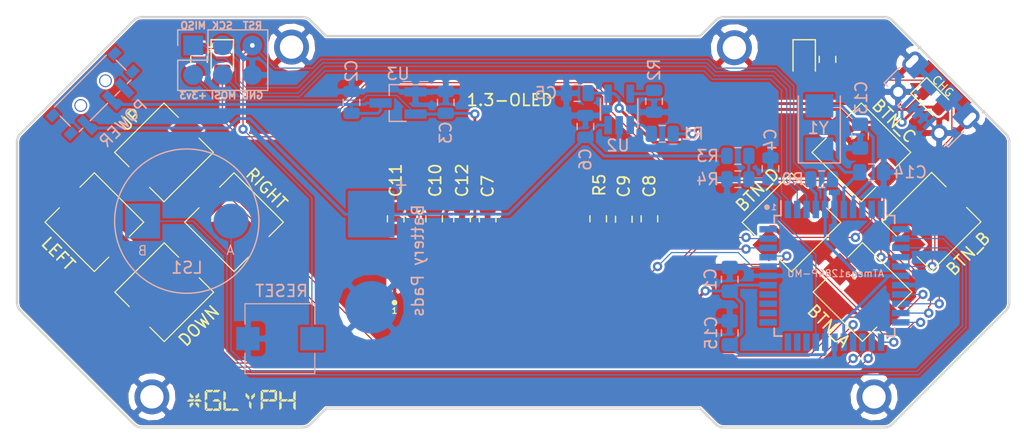
<source format=kicad_pcb>
(kicad_pcb (version 20171130) (host pcbnew "(5.0.1-3-g963ef8bb5)")
  (layers (0 F.Cu signal) (31 B.Cu signal) (34 B.Paste user hide) (35 F.Paste user hide) (36 B.SilkS user) (37 F.SilkS user) (38 B.Mask user hide) (39 F.Mask user hide) (44 Edge.Cuts user))
  (net 0 "")
  (net 1 +3V3)
  (net 2 GND)
  (net 3 "Net-(C2-Pad1)")
  (net 4 BAT_MON)
  (net 5 CHARGE)
  (net 6 +BATT)
  (net 7 "Net-(D1-Pad1)")
  (net 8 BTN_A)
  (net 9 BTN_B)
  (net 10 BTN_C)
  (net 11 RESET)
  (net 12 D_CS)
  (net 13 D_DC)
  (net 14 D_RST)
  (net 15 D_MOSI)
  (net 16 D_SCK)
  (net 17 UP)
  (net 18 DOWN)
  (net 19 LEFT)
  (net 20 RIGHT)
  (net 21 "Net-(R1-Pad1)")
  (net 22 "Net-(R2-Pad1)")
  (net 23 "Net-(C8-Pad1)")
  (net 24 "Net-(C9-Pad1)")
  (net 25 "Net-(C10-Pad1)")
  (net 26 "Net-(C10-Pad2)")
  (net 27 "Net-(C11-Pad2)")
  (net 28 "Net-(C11-Pad1)")
  (net 29 "Net-(R5-Pad1)")
  (net 30 "Net-(D2-Pad1)")
  (net 31 SNDB)
  (net 32 SNDA)
  (net 33 BTN_D)
  (net 34 "Net-(C13-Pad1)")
  (net 35 "Net-(C14-Pad1)")
  (net 36 "Net-(D0-Pad1)")
  (net 37 USR_LED_1)
  (net 38 USR_LED_2)
  (net 39 MISO)
  (net 40 SCK)
  (net 41 MOSI)
  (module LOGO (layer F.Cu) (at 127.9 117.2)
    (fp_text reference LOGO hide)
    (fp_text value "" (at 0 0) (layer F.SilkS) (effects (font (size 1.27 1.27))))
  )
  (module "Custom Footprints:ALPS-SSSS811101_SPDT" (layer B.Cu) (at 120 92 45)
    (fp_text reference SW9)
    (fp_text value POWER (at 0 3.676955 45) (layer B.SilkS) (effects (justify mirror)))
    (pad 4 smd rect (at 3.700001 1.1 45) (size 1 0.8) (layers B.Cu B.Paste B.Mask))
    (pad 4 smd rect (at 3.700001 -1.1 45) (size 1 0.8) (layers B.Cu B.Paste B.Mask))
    (pad 4 smd rect (at -3.8 -1.1 45) (size 1 0.8) (layers B.Cu B.Paste B.Mask))
    (pad 4 smd rect (at -3.8 1.1 45) (size 1 0.8) (layers B.Cu B.Paste B.Mask))
    (pad "" thru_hole circle (at 1.5 0 45) (size 1.1 1.1) (drill 0.9) (layers *.Cu *.Mask))
    (pad "" thru_hole circle (at -1.5 0 45) (size 1.1 1.1) (drill 0.9) (layers *.Cu *.Mask))
    (pad 3 smd rect (at 2.2 1.6 315) (size 1.8 0.7) (layers B.Cu B.Paste B.Mask))
    (pad 2 smd rect (at 0.7 1.6 315) (size 1.8 0.7) (layers B.Cu B.Paste B.Mask) (net 3 "Net-(C2-Pad1)"))
    (pad 1 smd rect (at -2.3 1.6 315) (size 1.8 0.7) (layers B.Cu B.Paste B.Mask) (net 6 +BATT))
  )
  (module "Custom Footprints:ISP_SMD" (layer B.Cu) (at 128.6 87.9 270)
    (fp_text reference J1)
    (fp_text value ISP)
    (pad 6 smd oval (at 2.54 -5.08 270) (size 1.7 1.7) (layers B.Cu B.Paste B.Mask) (net 2 GND))
    (pad 5 smd oval (at 0 -5.08 270) (size 1.7 1.7) (layers B.Cu B.Paste B.Mask) (net 11 RESET))
    (pad 4 smd oval (at 2.54 -2.54 270) (size 1.7 1.7) (layers B.Cu B.Paste B.Mask) (net 41 MOSI))
    (pad 3 smd oval (at 0 -2.54 270) (size 1.7 1.7) (layers B.Cu B.Paste B.Mask) (net 40 SCK))
    (pad 2 smd oval (at 2.54 0 270) (size 1.7 1.7) (layers B.Cu B.Paste B.Mask) (net 1 +3V3))
    (pad 1 smd rect (at 0 0 270) (size 1.7 1.7) (layers B.Cu B.Paste B.Mask) (net 39 MISO))
  )
  (module "Custom Footprints:1.3-OLED-bare-noslot" (layer F.Cu) (at 147.8 93.6 90)
    (fp_text reference U1)
    (fp_text value 1.3-OLED (at 1 8) (layer F.SilkS))
    (pad 1 smd rect (at -13.38 -1.895962 180) (size 0.4 3.5) (layers F.Cu F.Paste F.Mask) (net 2 GND))
    (pad 6 smd rect (at -13.38 1.604038 180) (size 0.4 3.5) (layers F.Cu F.Paste F.Mask) (net 1 +3V3))
    (pad 3 smd rect (at -13.38 -0.495962 180) (size 0.4 3.5) (layers F.Cu F.Paste F.Mask) (net 27 "Net-(C11-Pad2)"))
    (pad 4 smd rect (at -13.38 0.204038 180) (size 0.4 3.5) (layers F.Cu F.Paste F.Mask) (net 25 "Net-(C10-Pad1)"))
    (pad 7 smd rect (at -13.38 2.304038 180) (size 0.4 3.5) (layers F.Cu F.Paste F.Mask))
    (pad 10 smd rect (at -13.38 4.404038 180) (size 0.4 3.5) (layers F.Cu F.Paste F.Mask))
    (pad 5 smd rect (at -13.38 0.904038 180) (size 0.4 3.5) (layers F.Cu F.Paste F.Mask) (net 26 "Net-(C10-Pad2)"))
    (pad 8 smd rect (at -13.38 3.004038 180) (size 0.4 3.5) (layers F.Cu F.Paste F.Mask) (net 2 GND))
    (pad 9 smd rect (at -13.38 3.704038 180) (size 0.4 3.5) (layers F.Cu F.Paste F.Mask) (net 1 +3V3))
    (pad 2 smd rect (at -13.38 -1.195962 180) (size 0.4 3.5) (layers F.Cu F.Paste F.Mask) (net 28 "Net-(C11-Pad1)"))
    (pad 11 smd rect (at -13.38 5.104038 180) (size 0.4 3.5) (layers F.Cu F.Paste F.Mask) (net 2 GND))
    (pad 12 smd rect (at -13.38 5.804038 180) (size 0.4 3.5) (layers F.Cu F.Paste F.Mask))
    (pad 13 smd rect (at -13.38 6.504038 180) (size 0.4 3.5) (layers F.Cu F.Paste F.Mask) (net 12 D_CS))
    (pad 14 smd rect (at -13.38 7.204038 180) (size 0.4 3.5) (layers F.Cu F.Paste F.Mask) (net 14 D_RST))
    (pad 15 smd rect (at -13.38 7.904038 180) (size 0.4 3.5) (layers F.Cu F.Paste F.Mask) (net 13 D_DC))
    (pad 16 smd rect (at -13.38 8.604038 180) (size 0.4 3.5) (layers F.Cu F.Paste F.Mask) (net 2 GND))
    (pad 17 smd rect (at -13.38 9.304038 180) (size 0.4 3.5) (layers F.Cu F.Paste F.Mask) (net 2 GND))
    (pad 18 smd rect (at -13.38 10.004038 180) (size 0.4 3.5) (layers F.Cu F.Paste F.Mask) (net 16 D_SCK))
    (pad 19 smd rect (at -13.38 10.704038 180) (size 0.4 3.5) (layers F.Cu F.Paste F.Mask) (net 15 D_MOSI))
    (pad 20 smd rect (at -13.38 11.404038 180) (size 0.4 3.5) (layers F.Cu F.Paste F.Mask))
    (pad 21 smd rect (at -13.38 12.104038 180) (size 0.4 3.5) (layers F.Cu F.Paste F.Mask) (net 2 GND))
    (pad 22 smd rect (at -13.38 12.804038 180) (size 0.4 3.5) (layers F.Cu F.Paste F.Mask) (net 2 GND))
    (pad 23 smd rect (at -13.38 13.504038 180) (size 0.4 3.5) (layers F.Cu F.Paste F.Mask) (net 2 GND))
    (pad 24 smd rect (at -13.38 14.204038 180) (size 0.4 3.5) (layers F.Cu F.Paste F.Mask) (net 2 GND))
    (pad 25 smd rect (at -13.38 14.904038 180) (size 0.4 3.5) (layers F.Cu F.Paste F.Mask) (net 2 GND))
    (pad 26 smd rect (at -13.38 15.604038 180) (size 0.4 3.5) (layers F.Cu F.Paste F.Mask) (net 29 "Net-(R5-Pad1)"))
    (pad 27 smd rect (at -13.38 16.304038 180) (size 0.4 3.5) (layers F.Cu F.Paste F.Mask) (net 24 "Net-(C9-Pad1)"))
    (pad 28 smd rect (at -13.38 17.004038 180) (size 0.4 3.5) (layers F.Cu F.Paste F.Mask) (net 23 "Net-(C8-Pad1)"))
    (pad 29 smd rect (at -13.38 17.704038 180) (size 0.4 3.5) (layers F.Cu F.Paste F.Mask) (net 2 GND))
    (pad 30 smd rect (at -13.38 18.404038 180) (size 0.4 3.5) (layers F.Cu F.Paste F.Mask) (net 2 GND))
  )
  (module "Custom Footprints:SW_SOFT_SMD_6mm" (layer F.Cu) (at 185.3 93.2 315)
    (fp_text reference SW7)
    (fp_text value BTN_C (at 3.323402 -1.626346 315) (layer F.SilkS))
    (pad 2 smd rect (at 6 2.25 45) (size 2 2) (layers F.Cu F.Paste F.Mask) (net 10 BTN_C))
    (pad 1 smd rect (at 0.5 2.25 45) (size 2 2) (layers F.Cu F.Paste F.Mask) (net 2 GND))
  )
  (module "Custom Footprints:SW_SOFT_SMD_6mm" (layer B.Cu) (at 132.8 115.35)
    (fp_text reference SW0)
    (fp_text value RESET (at 3.4 -6.35) (layer B.SilkS) (effects (justify mirror)))
    (pad 2 smd rect (at 6 -2.25 270) (size 2 2) (layers B.Cu B.Paste B.Mask) (net 11 RESET))
    (pad 1 smd rect (at 0.5 -2.25 270) (size 2 2) (layers B.Cu B.Paste B.Mask) (net 2 GND))
  )
  (module "Custom Footprints:SW_SOFT_SMD_6mm" (layer F.Cu) (at 122.2 97.8 45)
    (fp_text reference SW1)
    (fp_text value UP (at 3.181981 -1.767767 45) (layer F.SilkS))
    (pad 2 smd rect (at 6 2.25 135) (size 2 2) (layers F.Cu F.Paste F.Mask) (net 17 UP))
    (pad 1 smd rect (at 0.5 2.25 135) (size 2 2) (layers F.Cu F.Paste F.Mask) (net 2 GND))
  )
  (module "Custom Footprints:SW_SOFT_SMD_6mm" (layer F.Cu) (at 130 108.4 225)
    (fp_text reference SW2)
    (fp_text value DOWN (at 3.181981 -1.909188 45) (layer F.SilkS))
    (pad 2 smd rect (at 6 2.25 315) (size 2 2) (layers F.Cu F.Paste F.Mask) (net 18 DOWN))
    (pad 1 smd rect (at 0.5 2.25 315) (size 2 2) (layers F.Cu F.Paste F.Mask) (net 2 GND))
  )
  (module "Custom Footprints:SW_SOFT_SMD_6mm" (layer F.Cu) (at 119.4 99.2 315)
    (fp_text reference SW3)
    (fp_text value LEFT (at 2.969848 6.363961 315) (layer F.SilkS))
    (pad 2 smd rect (at 6 2.25 45) (size 2 2) (layers F.Cu F.Paste F.Mask) (net 19 LEFT))
    (pad 1 smd rect (at 0.5 2.25 45) (size 2 2) (layers F.Cu F.Paste F.Mask) (net 2 GND))
  )
  (module "Custom Footprints:SW_SOFT_SMD_6mm" (layer F.Cu) (at 131.4 99.2 315)
    (fp_text reference SW4)
    (fp_text value RIGHT (at 3.181981 -1.767767 315) (layer F.SilkS))
    (pad 2 smd rect (at 6 2.25 45) (size 2 2) (layers F.Cu F.Paste F.Mask) (net 20 RIGHT))
    (pad 1 smd rect (at 0.5 2.25 45) (size 2 2) (layers F.Cu F.Paste F.Mask) (net 2 GND))
  )
  (module "Custom Footprints:SW_SOFT_SMD_6mm" (layer F.Cu) (at 185.4 105.2 315)
    (fp_text reference SW5)
    (fp_text value BTN_A (at 3.252691 6.363961 315) (layer F.SilkS))
    (pad 2 smd rect (at 6 2.25 45) (size 2 2) (layers F.Cu F.Paste F.Mask) (net 8 BTN_A))
    (pad 1 smd rect (at 0.5 2.25 45) (size 2 2) (layers F.Cu F.Paste F.Mask) (net 2 GND))
  )
  (module "Custom Footprints:SW_SOFT_SMD_6mm" (layer F.Cu) (at 195.933631 102.34835 225)
    (fp_text reference SW6)
    (fp_text value BTN_B (at 2.959441 -1.92193 225) (layer F.SilkS))
    (pad 2 smd rect (at 6 2.25 315) (size 2 2) (layers F.Cu F.Paste F.Mask) (net 9 BTN_B))
    (pad 1 smd rect (at 0.5 2.25 315) (size 2 2) (layers F.Cu F.Paste F.Mask) (net 2 GND))
  )
  (module Connectors_USB:USB_Micro-B_Molex-105017-0001 (layer B.Cu) (at 192.6 92 315)
    (fp_text reference J2)
    (fp_text value USB-Micro)
    (pad 6 smd rect (at -2.9 -0.35 315) (size 1.2 1.9) (layers B.Cu B.Mask) (net 2 GND))
    (pad 6 smd rect (at 2.9 -0.35 315) (size 1.2 1.9) (layers B.Cu B.Mask) (net 2 GND))
    (pad 6 thru_hole oval (at 3.5 -0.35 315) (size 1.2 1.9) (drill oval 0.6 1.3) (layers *.Cu *.Mask) (net 2 GND))
    (pad 6 thru_hole oval (at -3.5 -0.35 135) (size 1.2 1.9) (drill oval 0.6 1.3) (layers *.Cu *.Mask) (net 2 GND))
    (pad 6 smd rect (at -1 -0.35 315) (size 1.5 1.9) (layers B.Cu B.Paste B.Mask) (net 2 GND))
    (pad 6 thru_hole circle (at 2.5 2.35 315) (size 1.45 1.45) (drill 0.85) (layers *.Cu *.Mask) (net 2 GND))
    (pad 3 smd rect (at 0 2.35 315) (size 0.4 1.35) (layers B.Cu B.Paste B.Mask) (net 2 GND))
    (pad 4 smd rect (at 0.649999 2.35 315) (size 0.4 1.35) (layers B.Cu B.Paste B.Mask) (net 2 GND))
    (pad 5 smd rect (at 1.3 2.35 315) (size 0.4 1.35) (layers B.Cu B.Paste B.Mask) (net 2 GND))
    (pad 1 smd rect (at -1.3 2.35 315) (size 0.4 1.35) (layers B.Cu B.Paste B.Mask) (net 5 CHARGE))
    (pad 2 smd rect (at -0.649999 2.35 315) (size 0.4 1.35) (layers B.Cu B.Paste B.Mask) (net 2 GND))
    (pad 6 thru_hole circle (at -2.5 2.35 315) (size 1.45 1.45) (drill 0.85) (layers *.Cu *.Mask) (net 2 GND))
    (pad 6 smd rect (at 1 -0.35 315) (size 1.5 1.9) (layers B.Cu B.Paste B.Mask) (net 2 GND))
  )
  (module "Custom Footprints:Generic_Speaker" (layer B.Cu) (at 124.25 103)
    (fp_text reference LS1 (at 3.81 4) (layer B.SilkS) (effects (justify mirror)))
    (fp_text value Speaker)
    (fp_text user A (at 7.55 2.5) (layer B.SilkS) (effects (font (size 0.8 0.8) (thickness 0.1)) (justify mirror)))
    (fp_text user B (at -0.01 2.54) (layer B.SilkS) (effects (font (size 0.8 0.8) (thickness 0.1)) (justify mirror)))
    (pad 1 smd rect (at 0 0) (size 3 3) (layers B.Cu B.Paste B.Mask) (net 31 SNDB))
    (pad 2 smd circle (at 7.6 0) (size 3 3) (layers B.Cu B.Paste B.Mask) (net 32 SNDA))
  )
  (module TO_SOT_Packages_SMD:SOT-23-5_HandSoldering (layer B.Cu) (at 165.2 93.4 90)
    (fp_text reference U2 (at -3.1 -0.1 180) (layer B.SilkS) (effects (justify mirror)))
    (fp_text value "CHG CTRL")
    (pad 1 smd rect (at -1.35 0.95 90) (size 1.56 0.65) (layers B.Cu B.Paste B.Mask) (net 21 "Net-(R1-Pad1)"))
    (pad 2 smd rect (at -1.35 0 90) (size 1.56 0.65) (layers B.Cu B.Paste B.Mask) (net 2 GND))
    (pad 3 smd rect (at -1.35 -0.95 90) (size 1.56 0.65) (layers B.Cu B.Paste B.Mask) (net 6 +BATT))
    (pad 4 smd rect (at 1.35 -0.95 90) (size 1.56 0.65) (layers B.Cu B.Paste B.Mask) (net 5 CHARGE))
    (pad 5 smd rect (at 1.35 0.95 90) (size 1.56 0.65) (layers B.Cu B.Paste B.Mask) (net 22 "Net-(R2-Pad1)"))
  )
  (module TO_SOT_Packages_SMD:SOT-23_Handsoldering (layer B.Cu) (at 146.2 92.85 180)
    (fp_text reference U3 (at 0 2.5 180) (layer B.SilkS) (effects (justify mirror)))
    (fp_text value Reg)
    (pad 3 smd rect (at 1.5 0 180) (size 1.9 0.8) (layers B.Cu B.Paste B.Mask) (net 3 "Net-(C2-Pad1)"))
    (pad 2 smd rect (at -1.5 -0.95 180) (size 1.9 0.8) (layers B.Cu B.Paste B.Mask) (net 1 +3V3))
    (pad 1 smd rect (at -1.5 0.95 180) (size 1.9 0.8) (layers B.Cu B.Paste B.Mask) (net 2 GND))
  )
  (module "Custom Footprints:M2_SCREW_HOLE" (layer F.Cu) (at 137.05 88.05)
    (fp_text reference J3)
    (fp_text value "Screw Point 1")
    (pad 1 thru_hole circle (at 0 0) (size 3 3) (drill 2) (layers *.Cu *.Mask) (net 2 GND))
  )
  (module "Custom Footprints:M2_SCREW_HOLE" (layer F.Cu) (at 175.1 88.1)
    (fp_text reference J4)
    (fp_text value "Screw Point 2")
    (pad 1 thru_hole circle (at 0 0) (size 3 3) (drill 2) (layers *.Cu *.Mask) (net 2 GND))
  )
  (module "Custom Footprints:M2_SCREW_HOLE" (layer F.Cu) (at 187.1 118.1)
    (fp_text reference J5)
    (fp_text value "Screw Point 3")
    (pad 1 thru_hole circle (at 0 0) (size 3 3) (drill 2) (layers *.Cu *.Mask) (net 2 GND))
  )
  (module "Custom Footprints:M2_SCREW_HOLE" (layer F.Cu) (at 125.05 118.1)
    (fp_text reference J6)
    (fp_text value "Screw Point 4")
    (pad 1 thru_hole circle (at 0 0) (size 3 3) (drill 2) (layers *.Cu *.Mask) (net 2 GND))
  )
  (module "Custom Footprints:SW_SOFT_SMD_6mm" (layer F.Cu) (at 183.9 102.4 225)
    (fp_text reference SW8)
    (fp_text value BTN_D (at 3.323402 6.29325 225) (layer F.SilkS))
    (pad 1 smd rect (at 0.5 2.25 315) (size 2 2) (layers F.Cu F.Paste F.Mask) (net 2 GND))
    (pad 2 smd rect (at 6 2.25 315) (size 2 2) (layers F.Cu F.Paste F.Mask) (net 33 BTN_D))
  )
  (module "Custom Footprints:150mAh-Lipo" (layer B.Cu) (at 143.9 106.4 270)
    (fp_text reference J0)
    (fp_text value "Battery Pads" (at 0 -4 270) (layer B.SilkS) (effects (justify mirror)))
    (fp_text user + (at -6.5 -2.5 270) (layer B.SilkS) (effects (justify mirror)))
    (pad 1 smd rect (at -4 0 270) (size 4 4) (layers B.Cu B.Paste B.Mask) (net 6 +BATT))
    (pad 2 smd circle (at 4 0 270) (size 4.5 4.5) (layers B.Cu B.Paste B.Mask) (net 2 GND))
  )
  (module Capacitor_SMD:C_0805_2012Metric (layer B.Cu) (at 142.2 92.8 90)
    (fp_text reference C2 (at 2.7 0 90) (layer B.SilkS) (effects (justify mirror)))
    (fp_text value 1uF)
    (pad 1 smd roundrect (at -0.9375 0 90) (size 0.975 1.4) (layers B.Cu B.Paste B.Mask) (net 3 "Net-(C2-Pad1)"))
    (pad 2 smd roundrect (at 0.9375 0 90) (size 0.975 1.4) (layers B.Cu B.Paste B.Mask) (net 2 GND))
  )
  (module Capacitor_SMD:C_0805_2012Metric (layer B.Cu) (at 150.3 92.8 90)
    (fp_text reference C3 (at -2.6 0 90) (layer B.SilkS) (effects (justify mirror)))
    (fp_text value 1uF)
    (pad 2 smd roundrect (at 0.9375 0 90) (size 0.975 1.4) (layers B.Cu B.Paste B.Mask) (net 2 GND))
    (pad 1 smd roundrect (at -0.9375 0 90) (size 0.975 1.4) (layers B.Cu B.Paste B.Mask) (net 1 +3V3))
  )
  (module Capacitor_SMD:C_0805_2012Metric (layer B.Cu) (at 178.2 98.5 90)
    (fp_text reference C4 (at 2.5 0 90) (layer B.SilkS) (effects (justify mirror)))
    (fp_text value 1uF)
    (pad 2 smd roundrect (at 0.9375 0 90) (size 0.975 1.4) (layers B.Cu B.Paste B.Mask) (net 2 GND))
    (pad 1 smd roundrect (at -0.9375 0 90) (size 0.975 1.4) (layers B.Cu B.Paste B.Mask) (net 4 BAT_MON))
  )
  (module Capacitor_SMD:C_0805_2012Metric (layer B.Cu) (at 161.6 92 180)
    (fp_text reference C5 (at 2.7 0 180) (layer B.SilkS) (effects (justify mirror)))
    (fp_text value 4.7uF)
    (pad 1 smd roundrect (at -0.9375 0 180) (size 0.975 1.4) (layers B.Cu B.Paste B.Mask) (net 5 CHARGE))
    (pad 2 smd roundrect (at 0.9375 0 180) (size 0.975 1.4) (layers B.Cu B.Paste B.Mask) (net 2 GND))
  )
  (module Capacitor_SMD:C_0805_2012Metric (layer B.Cu) (at 162.3 94.8625 90)
    (fp_text reference C6 (at -2.8375 0 90) (layer B.SilkS) (effects (justify mirror)))
    (fp_text value 4.7uF)
    (pad 1 smd roundrect (at -0.9375 0 90) (size 0.975 1.4) (layers B.Cu B.Paste B.Mask) (net 6 +BATT))
    (pad 2 smd roundrect (at 0.9375 0 90) (size 0.975 1.4) (layers B.Cu B.Paste B.Mask) (net 2 GND))
  )
  (module Capacitor_SMD:C_0805_2012Metric (layer F.Cu) (at 153.9 102.8 90)
    (fp_text reference C7 (at 2.8 0 90) (layer F.SilkS))
    (fp_text value 0.1uF)
    (pad 2 smd roundrect (at 0.9375 0 90) (size 0.975 1.4) (layers F.Cu F.Paste F.Mask) (net 2 GND))
    (pad 1 smd roundrect (at -0.9375 0 90) (size 0.975 1.4) (layers F.Cu F.Paste F.Mask) (net 1 +3V3))
  )
  (module Capacitor_SMD:C_0805_2012Metric (layer F.Cu) (at 167.8 102.8 90)
    (fp_text reference C8 (at 2.8 0 90) (layer F.SilkS))
    (fp_text value 47uF)
    (pad 1 smd roundrect (at -0.9375 0 90) (size 0.975 1.4) (layers F.Cu F.Paste F.Mask) (net 23 "Net-(C8-Pad1)"))
    (pad 2 smd roundrect (at 0.9375 0 90) (size 0.975 1.4) (layers F.Cu F.Paste F.Mask) (net 2 GND))
  )
  (module Capacitor_SMD:C_0805_2012Metric (layer F.Cu) (at 165.6 102.8375 90)
    (fp_text reference C9 (at 2.8375 0 90) (layer F.SilkS))
    (fp_text value 22uF)
    (pad 2 smd roundrect (at 0.9375 0 90) (size 0.975 1.4) (layers F.Cu F.Paste F.Mask) (net 2 GND))
    (pad 1 smd roundrect (at -0.9375 0 90) (size 0.975 1.4) (layers F.Cu F.Paste F.Mask) (net 24 "Net-(C9-Pad1)"))
  )
  (module Capacitor_SMD:C_0805_2012Metric (layer F.Cu) (at 149.3 102.8 270)
    (fp_text reference C10 (at -3.3 -0.1 270) (layer F.SilkS))
    (fp_text value 1uF)
    (pad 1 smd roundrect (at -0.9375 0 270) (size 0.975 1.4) (layers F.Cu F.Paste F.Mask) (net 25 "Net-(C10-Pad1)"))
    (pad 2 smd roundrect (at 0.9375 0 270) (size 0.975 1.4) (layers F.Cu F.Paste F.Mask) (net 26 "Net-(C10-Pad2)"))
  )
  (module Capacitor_SMD:C_0805_2012Metric (layer F.Cu) (at 146 102.8 90)
    (fp_text reference C11 (at 3.3 0 90) (layer F.SilkS))
    (fp_text value 1uF)
    (pad 2 smd roundrect (at 0.9375 0 90) (size 0.975 1.4) (layers F.Cu F.Paste F.Mask) (net 27 "Net-(C11-Pad2)"))
    (pad 1 smd roundrect (at -0.9375 0 90) (size 0.975 1.4) (layers F.Cu F.Paste F.Mask) (net 28 "Net-(C11-Pad1)"))
  )
  (module Capacitor_SMD:C_0805_2012Metric (layer F.Cu) (at 151.7 102.8 90)
    (fp_text reference C12 (at 3.3 0 90) (layer F.SilkS))
    (fp_text value 0.1uF)
    (pad 2 smd roundrect (at 0.9375 0 90) (size 0.975 1.4) (layers F.Cu F.Paste F.Mask) (net 2 GND))
    (pad 1 smd roundrect (at -0.9375 0 90) (size 0.975 1.4) (layers F.Cu F.Paste F.Mask) (net 1 +3V3))
  )
  (module LED_SMD:LED_0805_2012Metric (layer F.Cu) (at 131.1 89.1 270)
    (fp_text reference D1)
    (fp_text value USR_1)
    (pad 1 smd roundrect (at -0.9375 0 270) (size 0.975 1.4) (layers F.Cu F.Paste F.Mask) (net 7 "Net-(D1-Pad1)"))
    (pad 2 smd roundrect (at 0.9375 0 270) (size 0.975 1.4) (layers F.Cu F.Paste F.Mask) (net 37 USR_LED_1))
  )
  (module LED_SMD:LED_0805_2012Metric (layer F.Cu) (at 181.1 89.1 270)
    (fp_text reference D2)
    (fp_text value USR_2)
    (pad 2 smd roundrect (at 0.9375 0 270) (size 0.975 1.4) (layers F.Cu F.Paste F.Mask) (net 38 USR_LED_2))
    (pad 1 smd roundrect (at -0.9375 0 270) (size 0.975 1.4) (layers F.Cu F.Paste F.Mask) (net 30 "Net-(D2-Pad1)"))
  )
  (module Resistor_SMD:R_0805_2012Metric (layer B.Cu) (at 182.6 99.4 180)
    (fp_text reference R0 (at 2.5 0 180) (layer B.SilkS) (effects (justify mirror)))
    (fp_text value 1K)
    (pad 1 smd roundrect (at -0.9375 0 180) (size 0.975 1.4) (layers B.Cu B.Paste B.Mask) (net 1 +3V3))
    (pad 2 smd roundrect (at 0.9375 0 180) (size 0.975 1.4) (layers B.Cu B.Paste B.Mask) (net 11 RESET))
  )
  (module Resistor_SMD:R_0805_2012Metric (layer B.Cu) (at 168.9 95.5)
    (fp_text reference R1 (at 2.6 0) (layer B.SilkS) (effects (justify mirror)))
    (fp_text value LED)
    (pad 2 smd roundrect (at 0.9375 0) (size 0.975 1.4) (layers B.Cu B.Paste B.Mask) (net 36 "Net-(D0-Pad1)"))
    (pad 1 smd roundrect (at -0.9375 0) (size 0.975 1.4) (layers B.Cu B.Paste B.Mask) (net 21 "Net-(R1-Pad1)"))
  )
  (module Resistor_SMD:R_0805_2012Metric (layer B.Cu) (at 168.2 92.7 270)
    (fp_text reference R2 (at -2.7 0 270) (layer B.SilkS) (effects (justify mirror)))
    (fp_text value 2K)
    (pad 2 smd roundrect (at 0.9375 0 270) (size 0.975 1.4) (layers B.Cu B.Paste B.Mask) (net 2 GND))
    (pad 1 smd roundrect (at -0.9375 0 270) (size 0.975 1.4) (layers B.Cu B.Paste B.Mask) (net 22 "Net-(R2-Pad1)"))
  )
  (module Resistor_SMD:R_0805_2012Metric (layer B.Cu) (at 175.4 97.4)
    (fp_text reference R3 (at -2.6 0) (layer B.SilkS) (effects (justify mirror)))
    (fp_text value 10M)
    (pad 1 smd roundrect (at -0.9375 0) (size 0.975 1.4) (layers B.Cu B.Paste B.Mask) (net 6 +BATT))
    (pad 2 smd roundrect (at 0.9375 0) (size 0.975 1.4) (layers B.Cu B.Paste B.Mask) (net 4 BAT_MON))
  )
  (module Resistor_SMD:R_0805_2012Metric (layer B.Cu) (at 175.4 99.4 180)
    (fp_text reference R4 (at 2.6 0 180) (layer B.SilkS) (effects (justify mirror)))
    (fp_text value 10M)
    (pad 2 smd roundrect (at 0.9375 0 180) (size 0.975 1.4) (layers B.Cu B.Paste B.Mask) (net 2 GND))
    (pad 1 smd roundrect (at -0.9375 0 180) (size 0.975 1.4) (layers B.Cu B.Paste B.Mask) (net 4 BAT_MON))
  )
  (module Resistor_SMD:R_0805_2012Metric (layer F.Cu) (at 163.4 102.8 90)
    (fp_text reference R5 (at 2.9 0.1 90) (layer F.SilkS))
    (fp_text value 290k)
    (pad 1 smd roundrect (at -0.9375 0 90) (size 0.975 1.4) (layers F.Cu F.Paste F.Mask) (net 29 "Net-(R5-Pad1)"))
    (pad 2 smd roundrect (at 0.9375 0 90) (size 0.975 1.4) (layers F.Cu F.Paste F.Mask) (net 2 GND))
  )
  (module Resistor_SMD:R_0805_2012Metric (layer F.Cu) (at 129.1 89.1 270)
    (fp_text reference R6)
    (fp_text value LED)
    (pad 2 smd roundrect (at 0.9375 0 270) (size 0.975 1.4) (layers F.Cu F.Paste F.Mask) (net 2 GND))
    (pad 1 smd roundrect (at -0.9375 0 270) (size 0.975 1.4) (layers F.Cu F.Paste F.Mask) (net 7 "Net-(D1-Pad1)"))
  )
  (module Resistor_SMD:R_0805_2012Metric (layer F.Cu) (at 183.1 89.1 270)
    (fp_text reference R7)
    (fp_text value LED)
    (pad 2 smd roundrect (at 0.9375 0 270) (size 0.975 1.4) (layers F.Cu F.Paste F.Mask) (net 2 GND))
    (pad 1 smd roundrect (at -0.9375 0 270) (size 0.975 1.4) (layers F.Cu F.Paste F.Mask) (net 30 "Net-(D2-Pad1)"))
  )
  (module Capacitor_SMD:C_0805_2012Metric_Pad1.15x1.40mm_HandSolder (layer B.Cu) (at 174.7 108 270)
    (fp_text reference C1 (at 0 1.65 270) (layer B.SilkS) (effects (justify mirror)))
    (fp_text value 0.1uF)
    (pad 2 smd roundrect (at 1.025 0 270) (size 1.15 1.4) (layers B.Cu B.Paste B.Mask) (roundrect_rratio 0.217391) (net 1 +3V3))
    (pad 1 smd roundrect (at -1.025 0 270) (size 1.15 1.4) (layers B.Cu B.Paste B.Mask) (roundrect_rratio 0.217391) (net 2 GND))
  )
  (module Capacitor_SMD:C_0805_2012Metric_Pad1.15x1.40mm_HandSolder (layer B.Cu) (at 185.9 95.7 270)
    (fp_text reference C13 (at -3.3 -0.1 270) (layer B.SilkS) (effects (justify mirror)))
    (fp_text value 22pF)
    (pad 2 smd roundrect (at 1.025 0 270) (size 1.15 1.4) (layers B.Cu B.Paste B.Mask) (roundrect_rratio 0.217391) (net 2 GND))
    (pad 1 smd roundrect (at -1.025 0 270) (size 1.15 1.4) (layers B.Cu B.Paste B.Mask) (roundrect_rratio 0.217391) (net 34 "Net-(C13-Pad1)"))
  )
  (module Capacitor_SMD:C_0805_2012Metric_Pad1.15x1.40mm_HandSolder (layer B.Cu) (at 186.9 98.8)
    (fp_text reference C14 (at 3.3 0) (layer B.SilkS) (effects (justify mirror)))
    (fp_text value 22pF)
    (pad 1 smd roundrect (at -1.025 0) (size 1.15 1.4) (layers B.Cu B.Paste B.Mask) (roundrect_rratio 0.217391) (net 35 "Net-(C14-Pad1)"))
    (pad 2 smd roundrect (at 1.025 0) (size 1.15 1.4) (layers B.Cu B.Paste B.Mask) (roundrect_rratio 0.217391) (net 2 GND))
  )
  (module Capacitor_SMD:C_0805_2012Metric_Pad1.15x1.40mm_HandSolder (layer B.Cu) (at 174.7 112.6 90)
    (fp_text reference C15 (at 0 -1.6 90) (layer B.SilkS) (effects (justify mirror)))
    (fp_text value 0.1uF)
    (pad 1 smd roundrect (at -1.025 0 90) (size 1.15 1.4) (layers B.Cu B.Paste B.Mask) (roundrect_rratio 0.217391) (net 1 +3V3))
    (pad 2 smd roundrect (at 1.025 0 90) (size 1.15 1.4) (layers B.Cu B.Paste B.Mask) (roundrect_rratio 0.217391) (net 2 GND))
  )
  (module LED_SMD:LED_0805_2012Metric (layer F.Cu) (at 192.137087 92.537087 315)
    (fp_text reference D0)
    (fp_text value CHG (at -0.19387 -1.414214 315) (layer F.SilkS) (effects (font (size 0.7 0.7) (thickness 0.1))))
    (pad 1 smd roundrect (at -0.937501 0 315) (size 0.975 1.4) (layers F.Cu F.Paste F.Mask) (net 36 "Net-(D0-Pad1)"))
    (pad 2 smd roundrect (at 0.937501 0 315) (size 0.975 1.4) (layers F.Cu F.Paste F.Mask) (net 5 CHARGE))
  )
  (module Package_QFP:TQFP-44_10x10mm_P0.8mm (layer B.Cu) (at 183.7 107.7 270)
    (fp_text reference U0)
    (fp_text value ATmega1284P-MU (at -0.2 -0.1) (layer B.SilkS) (effects (font (size 0.6 0.6) (thickness 0.1)) (justify mirror)))
    (pad 1 smd rect (at -5.7 4 270) (size 1.5 0.55) (layers B.Cu B.Paste B.Mask) (net 41 MOSI))
    (pad 2 smd rect (at -5.7 3.2 270) (size 1.5 0.55) (layers B.Cu B.Paste B.Mask) (net 39 MISO))
    (pad 3 smd rect (at -5.7 2.4 270) (size 1.5 0.55) (layers B.Cu B.Paste B.Mask) (net 40 SCK))
    (pad 4 smd rect (at -5.7 1.6 270) (size 1.5 0.55) (layers B.Cu B.Paste B.Mask) (net 11 RESET))
    (pad 5 smd rect (at -5.7 0.8 270) (size 1.5 0.55) (layers B.Cu B.Paste B.Mask) (net 1 +3V3))
    (pad 6 smd rect (at -5.7 0 270) (size 1.5 0.55) (layers B.Cu B.Paste B.Mask) (net 2 GND))
    (pad 7 smd rect (at -5.7 -0.8 270) (size 1.5 0.55) (layers B.Cu B.Paste B.Mask) (net 35 "Net-(C14-Pad1)"))
    (pad 8 smd rect (at -5.7 -1.6 270) (size 1.5 0.55) (layers B.Cu B.Paste B.Mask) (net 34 "Net-(C13-Pad1)"))
    (pad 9 smd rect (at -5.7 -2.4 270) (size 1.5 0.55) (layers B.Cu B.Paste B.Mask))
    (pad 10 smd rect (at -5.7 -3.2 270) (size 1.5 0.55) (layers B.Cu B.Paste B.Mask) (net 15 D_MOSI))
    (pad 11 smd rect (at -5.7 -4 270) (size 1.5 0.55) (layers B.Cu B.Paste B.Mask))
    (pad 12 smd rect (at -4 -5.7 180) (size 1.5 0.55) (layers B.Cu B.Paste B.Mask))
    (pad 13 smd rect (at -3.2 -5.7 180) (size 1.5 0.55) (layers B.Cu B.Paste B.Mask) (net 31 SNDB))
    (pad 14 smd rect (at -2.4 -5.7 180) (size 1.5 0.55) (layers B.Cu B.Paste B.Mask) (net 32 SNDA))
    (pad 15 smd rect (at -1.6 -5.7 180) (size 1.5 0.55) (layers B.Cu B.Paste B.Mask) (net 37 USR_LED_1))
    (pad 16 smd rect (at -0.8 -5.7 180) (size 1.5 0.55) (layers B.Cu B.Paste B.Mask) (net 38 USR_LED_2))
    (pad 17 smd rect (at 0 -5.7 180) (size 1.5 0.55) (layers B.Cu B.Paste B.Mask) (net 1 +3V3))
    (pad 18 smd rect (at 0.8 -5.7 180) (size 1.5 0.55) (layers B.Cu B.Paste B.Mask) (net 2 GND))
    (pad 19 smd rect (at 1.6 -5.7 180) (size 1.5 0.55) (layers B.Cu B.Paste B.Mask) (net 8 BTN_A))
    (pad 20 smd rect (at 2.4 -5.7 180) (size 1.5 0.55) (layers B.Cu B.Paste B.Mask) (net 9 BTN_B))
    (pad 21 smd rect (at 3.2 -5.7 180) (size 1.5 0.55) (layers B.Cu B.Paste B.Mask) (net 10 BTN_C))
    (pad 22 smd rect (at 4 -5.7 180) (size 1.5 0.55) (layers B.Cu B.Paste B.Mask) (net 33 BTN_D))
    (pad 23 smd rect (at 5.7 -4 270) (size 1.5 0.55) (layers B.Cu B.Paste B.Mask) (net 17 UP))
    (pad 24 smd rect (at 5.7 -3.2 270) (size 1.5 0.55) (layers B.Cu B.Paste B.Mask) (net 18 DOWN))
    (pad 25 smd rect (at 5.7 -2.4 270) (size 1.5 0.55) (layers B.Cu B.Paste B.Mask) (net 19 LEFT))
    (pad 26 smd rect (at 5.7 -1.6 270) (size 1.5 0.55) (layers B.Cu B.Paste B.Mask) (net 20 RIGHT))
    (pad 27 smd rect (at 5.7 -0.8 270) (size 1.5 0.55) (layers B.Cu B.Paste B.Mask) (net 1 +3V3))
    (pad 28 smd rect (at 5.7 0 270) (size 1.5 0.55) (layers B.Cu B.Paste B.Mask) (net 2 GND))
    (pad 29 smd rect (at 5.7 0.8 270) (size 1.5 0.55) (layers B.Cu B.Paste B.Mask) (net 1 +3V3))
    (pad 30 smd rect (at 5.7 1.6 270) (size 1.5 0.55) (layers B.Cu B.Paste B.Mask) (net 4 BAT_MON))
    (pad 31 smd rect (at 5.7 2.4 270) (size 1.5 0.55) (layers B.Cu B.Paste B.Mask))
    (pad 32 smd rect (at 5.7 3.2 270) (size 1.5 0.55) (layers B.Cu B.Paste B.Mask))
    (pad 33 smd rect (at 5.7 4 270) (size 1.5 0.55) (layers B.Cu B.Paste B.Mask))
    (pad 34 smd rect (at 4 5.7 180) (size 1.5 0.55) (layers B.Cu B.Paste B.Mask))
    (pad 35 smd rect (at 3.2 5.7 180) (size 1.5 0.55) (layers B.Cu B.Paste B.Mask))
    (pad 36 smd rect (at 2.4 5.7 180) (size 1.5 0.55) (layers B.Cu B.Paste B.Mask))
    (pad 37 smd rect (at 1.6 5.7 180) (size 1.5 0.55) (layers B.Cu B.Paste B.Mask))
    (pad 38 smd rect (at 0.8 5.7 180) (size 1.5 0.55) (layers B.Cu B.Paste B.Mask) (net 1 +3V3))
    (pad 39 smd rect (at 0 5.7 180) (size 1.5 0.55) (layers B.Cu B.Paste B.Mask) (net 2 GND))
    (pad 40 smd rect (at -0.8 5.7 180) (size 1.5 0.55) (layers B.Cu B.Paste B.Mask) (net 16 D_SCK))
    (pad 41 smd rect (at -1.6 5.7 180) (size 1.5 0.55) (layers B.Cu B.Paste B.Mask) (net 12 D_CS))
    (pad 42 smd rect (at -2.4 5.7 180) (size 1.5 0.55) (layers B.Cu B.Paste B.Mask) (net 14 D_RST))
    (pad 43 smd rect (at -3.2 5.7 180) (size 1.5 0.55) (layers B.Cu B.Paste B.Mask) (net 13 D_DC))
    (pad 44 smd rect (at -4 5.7 180) (size 1.5 0.55) (layers B.Cu B.Paste B.Mask))
  )
  (module Crystal:Crystal_SMD_5032-2Pin_5.0x3.2mm (layer B.Cu) (at 182.4 94.95 90)
    (fp_text reference Y1 (at -0.05 -0.1 180) (layer B.SilkS) (effects (justify mirror)))
    (fp_text value 20MHz)
    (pad 1 smd rect (at -1.85 0 90) (size 2 2.4) (layers B.Cu B.Paste B.Mask) (net 35 "Net-(C14-Pad1)"))
    (pad 2 smd rect (at 1.85 0 90) (size 2 2.4) (layers B.Cu B.Paste B.Mask) (net 34 "Net-(C13-Pad1)"))
  )
  (gr_text 1 (at 178.5 101.8) (layer B.SilkS) (effects (font (size 0.5 0.5) (thickness 0.1)) (justify mirror)))
  (gr_text RST (at 133.7 86.2) (layer B.SilkS) (effects (font (size 0.6 0.6)) (justify mirror)))
  (gr_text SCK (at 131.1 86.2) (layer B.SilkS) (effects (font (size 0.6 0.6)) (justify mirror)))
  (gr_text MISO (at 128.6 86.2) (layer B.SilkS) (effects (font (size 0.6 0.6)) (justify mirror)))
  (gr_text +3v3 (at 128.6 92.2) (layer B.SilkS) (effects (font (size 0.6 0.6)) (justify mirror)))
  (gr_text MOSI (at 131.2 92.2) (layer B.SilkS) (effects (font (size 0.6 0.6)) (justify mirror)))
  (gr_text GND (at 133.7 92.2) (layer B.SilkS) (effects (font (size 0.6 0.6)) (justify mirror)))
  (gr_line (start 177.9 101.8) (end 177.9 101.9) (layer B.SilkS) (width 0.2))
  (gr_circle (center 177.9 101.8) (end 178.041421 101.8) (layer B.SilkS) (width 0.2))
  (gr_text 1 (at 145.9 110.7) (layer F.SilkS) (effects (font (size 0.5 0.5) (thickness 0.1))))
  (gr_line (start 145.9 110) (end 145.9 110.1) (layer F.SilkS) (width 0.2))
  (gr_circle (center 145.9 110) (end 146 110.1) (layer F.SilkS) (width 0.2))
  (gr_line (start 172.0883 119.0958) (end 172.1544 119.0923) (layer Edge.Cuts) (width 0.2))
  (gr_line (start 198.6692 110.2931) (end 198.6963 110.19199) (layer Edge.Cuts) (width 0.2))
  (gr_line (start 198.7181 96.20751) (end 198.7126 96.10299) (layer Edge.Cuts) (width 0.2))
  (gr_line (start 187.9766 120.7256) (end 188.0811 120.7201) (layer Edge.Cuts) (width 0.2))
  (gr_line (start 173.7 120.5916) (end 173.7933 120.6392) (layer Edge.Cuts) (width 0.2))
  (gr_line (start 198.7181 109.98409) (end 198.7181 96.20751) (layer Edge.Cuts) (width 0.2))
  (gr_line (start 140.0883 119.0958) (end 172.0883 119.0958) (layer Edge.Cuts) (width 0.2))
  (gr_line (start 198.5271 110.57187) (end 198.5841 110.48408) (layer Edge.Cuts) (width 0.2))
  (gr_line (start 198.5841 95.70752) (end 198.5271 95.61973) (layer Edge.Cuts) (width 0.2))
  (gr_line (start 198.6317 95.80079) (end 198.5841 95.70752) (layer Edge.Cuts) (width 0.2))
  (gr_line (start 174.2 120.7256) (end 187.9766 120.7256) (layer Edge.Cuts) (width 0.2))
  (gr_line (start 198.6963 110.19199) (end 198.7126 110.08861) (layer Edge.Cuts) (width 0.2))
  (gr_line (start 198.6317 110.39081) (end 198.6692 110.2931) (layer Edge.Cuts) (width 0.2))
  (gr_line (start 140.0222 87.0993) (end 138.6457 85.7228) (layer Edge.Cuts) (width 0.2))
  (gr_line (start 140.0883 87.0958) (end 140.0222 87.0993) (layer Edge.Cuts) (width 0.2))
  (gr_line (start 173.6122 120.5346) (end 173.7 120.5916) (layer Edge.Cuts) (width 0.2))
  (gr_line (start 140.0222 119.0923) (end 140.0883 119.0958) (layer Edge.Cuts) (width 0.2))
  (gr_line (start 138.6457 120.4688) (end 140.0222 119.0923) (layer Edge.Cuts) (width 0.2))
  (gr_line (start 138.5644 120.5346) (end 138.6457 120.4688) (layer Edge.Cuts) (width 0.2))
  (gr_line (start 138.4766 120.5916) (end 138.5644 120.5346) (layer Edge.Cuts) (width 0.2))
  (gr_line (start 138.3833 120.6392) (end 138.4766 120.5916) (layer Edge.Cuts) (width 0.2))
  (gr_line (start 138.2856 120.6767) (end 138.3833 120.6392) (layer Edge.Cuts) (width 0.2))
  (gr_line (start 138.1845 120.7038) (end 138.2856 120.6767) (layer Edge.Cuts) (width 0.2))
  (gr_line (start 138.0811 120.7201) (end 138.1845 120.7038) (layer Edge.Cuts) (width 0.2))
  (gr_line (start 137.9766 120.7256) (end 138.0811 120.7201) (layer Edge.Cuts) (width 0.2))
  (gr_line (start 124.2 120.7256) (end 137.9766 120.7256) (layer Edge.Cuts) (width 0.2))
  (gr_line (start 173.891 85.5149) (end 173.7933 85.5524) (layer Edge.Cuts) (width 0.2))
  (gr_line (start 173.9921 85.4878) (end 173.891 85.5149) (layer Edge.Cuts) (width 0.2))
  (gr_line (start 198.7126 96.10299) (end 198.6963 95.99961) (layer Edge.Cuts) (width 0.2))
  (gr_line (start 138.1845 85.4878) (end 138.0811 85.4715) (layer Edge.Cuts) (width 0.2))
  (gr_line (start 138.2856 85.5149) (end 138.1845 85.4878) (layer Edge.Cuts) (width 0.2))
  (gr_line (start 188.5644 85.657) (end 188.4766 85.6) (layer Edge.Cuts) (width 0.2))
  (gr_line (start 188.6457 85.7228) (end 188.5644 85.657) (layer Edge.Cuts) (width 0.2))
  (gr_line (start 198.4613 95.53838) (end 188.6457 85.7228) (layer Edge.Cuts) (width 0.2))
  (gr_line (start 198.5271 95.61973) (end 198.4613 95.53838) (layer Edge.Cuts) (width 0.2))
  (gr_line (start 124.0955 120.7201) (end 124.2 120.7256) (layer Edge.Cuts) (width 0.2))
  (gr_line (start 123.9921 120.7038) (end 124.0955 120.7201) (layer Edge.Cuts) (width 0.2))
  (gr_line (start 123.891 120.6767) (end 123.9921 120.7038) (layer Edge.Cuts) (width 0.2))
  (gr_line (start 123.7933 120.6392) (end 123.891 120.6767) (layer Edge.Cuts) (width 0.2))
  (gr_line (start 123.7 120.5916) (end 123.7933 120.6392) (layer Edge.Cuts) (width 0.2))
  (gr_line (start 123.6122 120.5346) (end 123.7 120.5916) (layer Edge.Cuts) (width 0.2))
  (gr_line (start 123.5309 120.4688) (end 123.6122 120.5346) (layer Edge.Cuts) (width 0.2))
  (gr_line (start 113.7153 110.65322) (end 123.5309 120.4688) (layer Edge.Cuts) (width 0.2))
  (gr_line (start 113.6495 110.57187) (end 113.7153 110.65322) (layer Edge.Cuts) (width 0.2))
  (gr_line (start 113.5925 110.48408) (end 113.6495 110.57187) (layer Edge.Cuts) (width 0.2))
  (gr_line (start 113.5449 110.39081) (end 113.5925 110.48408) (layer Edge.Cuts) (width 0.2))
  (gr_line (start 113.5074 110.2931) (end 113.5449 110.39081) (layer Edge.Cuts) (width 0.2))
  (gr_line (start 113.4803 110.19199) (end 113.5074 110.2931) (layer Edge.Cuts) (width 0.2))
  (gr_line (start 113.464 110.08861) (end 113.4803 110.19199) (layer Edge.Cuts) (width 0.2))
  (gr_line (start 113.4585 109.98409) (end 113.464 110.08861) (layer Edge.Cuts) (width 0.2))
  (gr_line (start 113.4585 96.20751) (end 113.4585 109.98409) (layer Edge.Cuts) (width 0.2))
  (gr_line (start 113.464 96.10299) (end 113.4585 96.20751) (layer Edge.Cuts) (width 0.2))
  (gr_line (start 113.4803 95.99961) (end 113.464 96.10299) (layer Edge.Cuts) (width 0.2))
  (gr_line (start 113.5074 95.8985) (end 113.4803 95.99961) (layer Edge.Cuts) (width 0.2))
  (gr_line (start 113.5449 95.80079) (end 113.5074 95.8985) (layer Edge.Cuts) (width 0.2))
  (gr_line (start 113.5925 95.70752) (end 113.5449 95.80079) (layer Edge.Cuts) (width 0.2))
  (gr_line (start 123.7933 85.5524) (end 123.7 85.6) (layer Edge.Cuts) (width 0.2))
  (gr_line (start 123.891 85.5149) (end 123.7933 85.5524) (layer Edge.Cuts) (width 0.2))
  (gr_line (start 123.9921 85.4878) (end 123.891 85.5149) (layer Edge.Cuts) (width 0.2))
  (gr_line (start 124.0955 85.4715) (end 123.9921 85.4878) (layer Edge.Cuts) (width 0.2))
  (gr_line (start 124.2 85.466) (end 124.0955 85.4715) (layer Edge.Cuts) (width 0.2))
  (gr_line (start 174.0955 120.7201) (end 174.2 120.7256) (layer Edge.Cuts) (width 0.2))
  (gr_line (start 173.5309 85.7228) (end 172.1544 87.0993) (layer Edge.Cuts) (width 0.2))
  (gr_line (start 173.6122 85.657) (end 173.5309 85.7228) (layer Edge.Cuts) (width 0.2))
  (gr_line (start 173.9921 120.7038) (end 174.0955 120.7201) (layer Edge.Cuts) (width 0.2))
  (gr_line (start 188.1845 85.4878) (end 188.0811 85.4715) (layer Edge.Cuts) (width 0.2))
  (gr_line (start 188.2856 85.5149) (end 188.1845 85.4878) (layer Edge.Cuts) (width 0.2))
  (gr_line (start 173.7 85.6) (end 173.6122 85.657) (layer Edge.Cuts) (width 0.2))
  (gr_line (start 173.7933 85.5524) (end 173.7 85.6) (layer Edge.Cuts) (width 0.2))
  (gr_line (start 138.3833 85.5524) (end 138.2856 85.5149) (layer Edge.Cuts) (width 0.2))
  (gr_line (start 138.4766 85.6) (end 138.3833 85.5524) (layer Edge.Cuts) (width 0.2))
  (gr_line (start 138.5644 85.657) (end 138.4766 85.6) (layer Edge.Cuts) (width 0.2))
  (gr_line (start 138.6457 85.7228) (end 138.5644 85.657) (layer Edge.Cuts) (width 0.2))
  (gr_line (start 188.4766 120.5916) (end 188.5644 120.5346) (layer Edge.Cuts) (width 0.2))
  (gr_line (start 188.1845 120.7038) (end 188.2856 120.6767) (layer Edge.Cuts) (width 0.2))
  (gr_line (start 188.6457 120.4688) (end 198.4613 110.65322) (layer Edge.Cuts) (width 0.2))
  (gr_line (start 173.5309 120.4688) (end 173.6122 120.5346) (layer Edge.Cuts) (width 0.2))
  (gr_line (start 172.1544 119.0923) (end 173.5309 120.4688) (layer Edge.Cuts) (width 0.2))
  (gr_line (start 188.2856 120.6767) (end 188.3833 120.6392) (layer Edge.Cuts) (width 0.2))
  (gr_line (start 137.9766 85.466) (end 124.2 85.466) (layer Edge.Cuts) (width 0.2))
  (gr_line (start 138.0811 85.4715) (end 137.9766 85.466) (layer Edge.Cuts) (width 0.2))
  (gr_line (start 198.7126 110.08861) (end 198.7181 109.98409) (layer Edge.Cuts) (width 0.2))
  (gr_line (start 187.9766 85.466) (end 174.2 85.466) (layer Edge.Cuts) (width 0.2))
  (gr_line (start 188.0811 85.4715) (end 187.9766 85.466) (layer Edge.Cuts) (width 0.2))
  (gr_line (start 188.5644 120.5346) (end 188.6457 120.4688) (layer Edge.Cuts) (width 0.2))
  (gr_line (start 198.4613 110.65322) (end 198.5271 110.57187) (layer Edge.Cuts) (width 0.2))
  (gr_line (start 173.891 120.6767) (end 173.9921 120.7038) (layer Edge.Cuts) (width 0.2))
  (gr_line (start 174.0955 85.4715) (end 173.9921 85.4878) (layer Edge.Cuts) (width 0.2))
  (gr_line (start 174.2 85.466) (end 174.0955 85.4715) (layer Edge.Cuts) (width 0.2))
  (gr_line (start 198.5841 110.48408) (end 198.6317 110.39081) (layer Edge.Cuts) (width 0.2))
  (gr_line (start 188.3833 85.5524) (end 188.2856 85.5149) (layer Edge.Cuts) (width 0.2))
  (gr_line (start 188.4766 85.6) (end 188.3833 85.5524) (layer Edge.Cuts) (width 0.2))
  (gr_line (start 188.0811 120.7201) (end 188.1845 120.7038) (layer Edge.Cuts) (width 0.2))
  (gr_line (start 198.6692 95.8985) (end 198.6317 95.80079) (layer Edge.Cuts) (width 0.2))
  (gr_line (start 198.6963 95.99961) (end 198.6692 95.8985) (layer Edge.Cuts) (width 0.2))
  (gr_line (start 173.7933 120.6392) (end 173.891 120.6767) (layer Edge.Cuts) (width 0.2))
  (gr_line (start 172.0883 87.0958) (end 140.0883 87.0958) (layer Edge.Cuts) (width 0.2))
  (gr_line (start 172.1544 87.0993) (end 172.0883 87.0958) (layer Edge.Cuts) (width 0.2))
  (gr_line (start 188.3833 120.6392) (end 188.4766 120.5916) (layer Edge.Cuts) (width 0.2))
  (gr_line (start 113.6495 95.61973) (end 113.5925 95.70752) (layer Edge.Cuts) (width 0.2))
  (gr_line (start 113.7153 95.53838) (end 113.6495 95.61973) (layer Edge.Cuts) (width 0.2))
  (gr_line (start 123.5309 85.7228) (end 113.7153 95.53838) (layer Edge.Cuts) (width 0.2))
  (gr_line (start 123.6122 85.657) (end 123.5309 85.7228) (layer Edge.Cuts) (width 0.2))
  (gr_line (start 123.7 85.6) (end 123.6122 85.657) (layer Edge.Cuts) (width 0.2))
  (segment (start 182.9 100.0375) (end 182.9 102) (width 0.25) (layer B.Cu) (net 1))
  (segment (start 183.5375 99.4) (end 183.5375 99.4) (width 0.25) (layer B.Cu) (net 1))
  (segment (start 150.2375 93.8) (end 150.2375 93.8) (width 0.25) (layer B.Cu) (net 1))
  (segment (start 147.7 93.8) (end 150.2375 93.8) (width 0.25) (layer B.Cu) (net 1))
  (segment (start 183.5375 99.4) (end 182.9 100.0375) (width 0.25) (layer B.Cu) (net 1))
  (segment (start 182.824999 114.475001) (end 175.550001 114.475001) (width 0.25) (layer B.Cu) (net 1))
  (segment (start 182.9 114.4) (end 182.824999 114.475001) (width 0.25) (layer B.Cu) (net 1))
  (segment (start 175.323372 114.248372) (end 174.7 113.625) (width 0.25) (layer B.Cu) (net 1))
  (segment (start 175.550001 114.475001) (end 175.323372 114.248372) (width 0.25) (layer B.Cu) (net 1))
  (segment (start 188.4 107.7) (end 189.4 107.7) (width 0.25) (layer B.Cu) (net 1))
  (segment (start 184.5 111.6) (end 188.4 107.7) (width 0.25) (layer B.Cu) (net 1))
  (segment (start 184.5 113.4) (end 184.5 111.6) (width 0.25) (layer B.Cu) (net 1))
  (segment (start 175.225 108.5) (end 174.7 109.025) (width 0.25) (layer B.Cu) (net 1))
  (segment (start 178 108.5) (end 175.225 108.5) (width 0.25) (layer B.Cu) (net 1))
  (segment (start 175.72501 112.59999) (end 175.323372 113.001628) (width 0.25) (layer B.Cu) (net 1))
  (segment (start 175.323372 113.001628) (end 174.7 113.625) (width 0.25) (layer B.Cu) (net 1))
  (segment (start 175.72501 110.05001) (end 175.72501 112.59999) (width 0.25) (layer B.Cu) (net 1))
  (segment (start 174.7 109.025) (end 175.72501 110.05001) (width 0.25) (layer B.Cu) (net 1))
  (segment (start 150.2375 93.8) (end 150.3 93.7375) (width 0.25) (layer B.Cu) (net 1))
  (via (at 152.8 93.8) (size 0.8) (drill 0.4) (layers F.Cu B.Cu) (net 1))
  (via (at 172.6 109) (size 0.8) (drill 0.4) (layers F.Cu B.Cu) (net 1))
  (segment (start 182.9 113.4) (end 182.9 114.4) (width 0.25) (layer B.Cu) (net 1))
  (segment (start 183.7 111.6) (end 184.5 111.6) (width 0.25) (layer B.Cu) (net 1))
  (segment (start 182.9 112.4) (end 183.7 111.6) (width 0.25) (layer B.Cu) (net 1))
  (segment (start 182.9 113.4) (end 182.9 112.4) (width 0.25) (layer B.Cu) (net 1))
  (segment (start 174.675 109) (end 174.7 109.025) (width 0.25) (layer B.Cu) (net 1))
  (segment (start 172.6 109) (end 174.675 109) (width 0.25) (layer B.Cu) (net 1))
  (segment (start 152.7375 93.7375) (end 152.8 93.8) (width 0.25) (layer B.Cu) (net 1))
  (segment (start 150.3 93.7375) (end 152.7375 93.7375) (width 0.25) (layer B.Cu) (net 1))
  (segment (start 151.143763 104.293737) (end 151.7 103.7375) (width 0.25) (layer F.Cu) (net 1))
  (segment (start 150.88749 104.55001) (end 151.143763 104.293737) (width 0.25) (layer F.Cu) (net 1))
  (segment (start 149.834028 104.55001) (end 150.88749 104.55001) (width 0.25) (layer F.Cu) (net 1))
  (segment (start 149.404038 104.98) (end 149.834028 104.55001) (width 0.25) (layer F.Cu) (net 1))
  (segment (start 149.404038 106.98) (end 149.404038 104.98) (width 0.25) (layer F.Cu) (net 1))
  (segment (start 153.1 103.7375) (end 153.9 103.7375) (width 0.25) (layer F.Cu) (net 1))
  (segment (start 152.746538 103.7375) (end 153.1 103.7375) (width 0.25) (layer F.Cu) (net 1))
  (segment (start 151.504038 104.98) (end 152.746538 103.7375) (width 0.25) (layer F.Cu) (net 1))
  (segment (start 151.504038 106.98) (end 151.504038 104.98) (width 0.25) (layer F.Cu) (net 1))
  (segment (start 152.8 102.6375) (end 151.7 103.7375) (width 0.25) (layer F.Cu) (net 1))
  (segment (start 152.8 93.8) (end 152.8 102.6375) (width 0.25) (layer F.Cu) (net 1))
  (segment (start 153.9 103.7375) (end 151.7 103.7375) (width 0.25) (layer F.Cu) (net 1))
  (segment (start 172.200001 109.399999) (end 172.6 109) (width 0.25) (layer F.Cu) (net 1))
  (segment (start 170.62499 110.97501) (end 172.200001 109.399999) (width 0.25) (layer F.Cu) (net 1))
  (segment (start 151.504038 108.98) (end 153.499048 110.97501) (width 0.25) (layer F.Cu) (net 1))
  (segment (start 151.504038 106.98) (end 151.504038 108.98) (width 0.25) (layer F.Cu) (net 1))
  (segment (start 153.499048 110.97501) (end 170.62499 110.97501) (width 0.25) (layer F.Cu) (net 1))
  (segment (start 187.6 107.7) (end 189.4 107.7) (width 0.25) (layer B.Cu) (net 1))
  (segment (start 185.8 107.7) (end 187.6 107.7) (width 0.25) (layer B.Cu) (net 1))
  (segment (start 182.9 104.8) (end 185.8 107.7) (width 0.25) (layer B.Cu) (net 1))
  (segment (start 182.9 102) (end 182.9 104.8) (width 0.25) (layer B.Cu) (net 1))
  (segment (start 130.76001 92.60001) (end 128.6 90.44) (width 0.1) (layer B.Cu) (net 1))
  (segment (start 143.149988 92.60001) (end 130.76001 92.60001) (width 0.1) (layer B.Cu) (net 1))
  (segment (start 146.099999 92.199999) (end 143.549999 92.199999) (width 0.1) (layer B.Cu) (net 1))
  (segment (start 147.6375 93.7375) (end 146.099999 92.199999) (width 0.1) (layer B.Cu) (net 1))
  (segment (start 143.549999 92.199999) (end 143.149988 92.60001) (width 0.1) (layer B.Cu) (net 1))
  (segment (start 150.3 93.7375) (end 147.6375 93.7375) (width 0.1) (layer B.Cu) (net 1))
  (segment (start 194.898097 93.803122) (end 190.372614 89.277639) (width 0.25) (layer B.Cu) (net 2))
  (segment (start 190.47868 93.202082) (end 192.706066 95.429468) (width 0.25) (layer B.Cu) (net 2))
  (segment (start 161.304038 105.13) (end 161.3 105.125962) (width 0.1) (layer F.Cu) (net 2))
  (segment (start 161.304038 106.98) (end 161.304038 105.13) (width 0.1) (layer F.Cu) (net 2))
  (segment (start 161.3 105.125962) (end 161.3 104.8) (width 0.1) (layer F.Cu) (net 2))
  (segment (start 160.604038 105.13) (end 160.6 105.125962) (width 0.1) (layer F.Cu) (net 2))
  (segment (start 160.604038 106.98) (end 160.604038 105.13) (width 0.1) (layer F.Cu) (net 2))
  (segment (start 160.6 105.125962) (end 160.6 104.8) (width 0.1) (layer F.Cu) (net 2))
  (segment (start 162.004038 105.13) (end 162 105.125962) (width 0.1) (layer F.Cu) (net 2))
  (segment (start 162.004038 106.98) (end 162.004038 105.13) (width 0.1) (layer F.Cu) (net 2))
  (segment (start 162 105.125962) (end 162 104.8) (width 0.1) (layer F.Cu) (net 2))
  (segment (start 144.7 93.5) (end 144.7 92.85) (width 0.25) (layer B.Cu) (net 3))
  (segment (start 144.4625 93.7375) (end 144.7 93.5) (width 0.25) (layer B.Cu) (net 3))
  (segment (start 142.2 93.7375) (end 144.4625 93.7375) (width 0.25) (layer B.Cu) (net 3))
  (segment (start 143.5 92.85) (end 144.7 92.85) (width 0.25) (layer B.Cu) (net 3))
  (segment (start 143.37498 92.97502) (end 143.5 92.85) (width 0.25) (layer B.Cu) (net 3))
  (segment (start 122.22132 92.636396) (end 121.626346 92.636396) (width 0.25) (layer B.Cu) (net 3))
  (segment (start 122.559944 92.97502) (end 122.22132 92.636396) (width 0.25) (layer B.Cu) (net 3))
  (segment (start 142.02502 92.97502) (end 138.5 92.97502) (width 0.25) (layer B.Cu) (net 3))
  (segment (start 142.2 93.15) (end 142.02502 92.97502) (width 0.25) (layer B.Cu) (net 3))
  (segment (start 142.2 93.7375) (end 142.2 93.15) (width 0.25) (layer B.Cu) (net 3))
  (segment (start 138.5 92.97502) (end 143.37498 92.97502) (width 0.25) (layer B.Cu) (net 3))
  (segment (start 122.559944 92.97502) (end 138.5 92.97502) (width 0.25) (layer B.Cu) (net 3))
  (segment (start 176.3375 99.4) (end 176.3375 99.3) (width 0.25) (layer B.Cu) (net 4))
  (segment (start 176.3375 99.3) (end 176.3375 97.4) (width 0.25) (layer B.Cu) (net 4))
  (segment (start 182.1 105.875002) (end 179.1 102.875002) (width 0.1) (layer B.Cu) (net 4))
  (segment (start 182.1 113.4) (end 182.1 105.875002) (width 0.1) (layer B.Cu) (net 4))
  (segment (start 179.1 102.875002) (end 179.1 100.974278) (width 0.1) (layer B.Cu) (net 4))
  (segment (start 178.2 100.074278) (end 179.1 100.974278) (width 0.1) (layer B.Cu) (net 4))
  (segment (start 178.2 99.4375) (end 178.2 100.074278) (width 0.1) (layer B.Cu) (net 4))
  (segment (start 178.1625 99.4) (end 178.2 99.4375) (width 0.25) (layer B.Cu) (net 4))
  (segment (start 176.3375 99.4) (end 178.1625 99.4) (width 0.25) (layer B.Cu) (net 4))
  (via (at 189.5 94.5) (size 0.8) (drill 0.4) (layers F.Cu B.Cu) (net 5))
  (segment (start 164.25 91.595) (end 164.25 92.05) (width 0.25) (layer B.Cu) (net 5))
  (segment (start 189.5 93.261522) (end 189.5 94.5) (width 0.25) (layer B.Cu) (net 5))
  (segment (start 190.01906 92.742462) (end 189.5 93.261522) (width 0.25) (layer B.Cu) (net 5))
  (segment (start 190.8 93.2) (end 189.5 94.5) (width 0.25) (layer F.Cu) (net 5))
  (segment (start 192.8 93.2) (end 190.8 93.2) (width 0.25) (layer F.Cu) (net 5))
  (segment (start 164.2 92) (end 164.25 92.05) (width 0.25) (layer B.Cu) (net 5))
  (segment (start 162.5375 92) (end 164.2 92) (width 0.25) (layer B.Cu) (net 5))
  (via (at 165.2 93.3) (size 0.8) (drill 0.4) (layers F.Cu B.Cu) (net 5))
  (segment (start 168.125001 96.225001) (end 165.599999 93.699999) (width 0.25) (layer F.Cu) (net 5))
  (segment (start 165.599999 93.699999) (end 165.2 93.3) (width 0.25) (layer F.Cu) (net 5))
  (segment (start 171.848001 96.225001) (end 168.125001 96.225001) (width 0.25) (layer F.Cu) (net 5))
  (segment (start 174.667682 93.40532) (end 171.848001 96.225001) (width 0.25) (layer F.Cu) (net 5))
  (segment (start 184.197189 93.40532) (end 174.667682 93.40532) (width 0.25) (layer F.Cu) (net 5))
  (segment (start 185.291869 94.5) (end 184.197189 93.40532) (width 0.25) (layer F.Cu) (net 5))
  (segment (start 189.5 94.5) (end 185.291869 94.5) (width 0.25) (layer F.Cu) (net 5))
  (segment (start 164.825 92.05) (end 165.2 92.425) (width 0.25) (layer B.Cu) (net 5))
  (segment (start 164.25 92.05) (end 164.825 92.05) (width 0.25) (layer B.Cu) (net 5))
  (segment (start 165.2 92.425) (end 165.2 93.3) (width 0.25) (layer B.Cu) (net 5))
  (segment (start 163.35 94.75) (end 162.3 95.8) (width 0.25) (layer B.Cu) (net 6))
  (segment (start 164.25 94.75) (end 163.35 94.75) (width 0.25) (layer B.Cu) (net 6))
  (segment (start 155.7 102.4) (end 162.3 95.8) (width 0.25) (layer B.Cu) (net 6))
  (segment (start 143.9 102.4) (end 155.7 102.4) (width 0.25) (layer B.Cu) (net 6))
  (segment (start 163.9 97.4) (end 162.3 95.8) (width 0.25) (layer B.Cu) (net 6))
  (segment (start 174.4625 97.4) (end 163.9 97.4) (width 0.25) (layer B.Cu) (net 6))
  (segment (start 141.65 102.4) (end 133.43751 94.18751) (width 0.25) (layer B.Cu) (net 6))
  (segment (start 143.9 102.4) (end 141.65 102.4) (width 0.25) (layer B.Cu) (net 6))
  (segment (start 120.099999 94.757716) (end 120.342283 95) (width 0.25) (layer B.Cu) (net 6))
  (segment (start 119.505025 94.757716) (end 120.099999 94.757716) (width 0.25) (layer B.Cu) (net 6))
  (segment (start 120.342283 95) (end 131.6 95) (width 0.25) (layer B.Cu) (net 6))
  (segment (start 132.41249 94.18751) (end 133.43751 94.18751) (width 0.25) (layer B.Cu) (net 6))
  (segment (start 131.6 95) (end 132.41249 94.18751) (width 0.25) (layer B.Cu) (net 6))
  (segment (start 129.1 88.1625) (end 131.1 88.1625) (width 0.1) (layer F.Cu) (net 7))
  (via (at 191.3 109.3) (size 0.8) (drill 0.4) (layers F.Cu B.Cu) (net 8))
  (segment (start 189.2 109.1) (end 189.4 109.3) (width 0.1) (layer B.Cu) (net 8))
  (segment (start 189.4 109.3) (end 191.3 109.3) (width 0.1) (layer B.Cu) (net 8))
  (segment (start 189.566369 111.033631) (end 191.3 109.3) (width 0.1) (layer F.Cu) (net 8))
  (segment (start 188.05165 111.033631) (end 189.566369 111.033631) (width 0.1) (layer F.Cu) (net 8))
  (via (at 192.7 110.1) (size 0.8) (drill 0.4) (layers F.Cu B.Cu) (net 9))
  (segment (start 189.4 110.1) (end 192.7 110.1) (width 0.1) (layer B.Cu) (net 9))
  (segment (start 190.1 106.514214) (end 190.1 105) (width 0.1) (layer F.Cu) (net 9))
  (segment (start 190.1 106.71372) (end 190.1 106.514214) (width 0.1) (layer F.Cu) (net 9))
  (segment (start 192.7 109.31372) (end 190.1 106.71372) (width 0.1) (layer F.Cu) (net 9))
  (segment (start 192.7 110.1) (end 192.7 109.31372) (width 0.1) (layer F.Cu) (net 9))
  (via (at 191.8 110.9) (size 0.8) (drill 0.4) (layers F.Cu B.Cu) (net 10))
  (segment (start 189.4 110.9) (end 191.8 110.9) (width 0.1) (layer B.Cu) (net 10))
  (segment (start 191.8 110.334315) (end 191.8 110.9) (width 0.1) (layer F.Cu) (net 10))
  (segment (start 191.950001 110.184314) (end 191.8 110.334315) (width 0.1) (layer F.Cu) (net 10))
  (segment (start 187.95165 104.989648) (end 191.950001 108.987999) (width 0.1) (layer F.Cu) (net 10))
  (segment (start 191.950001 108.987999) (end 191.950001 110.184314) (width 0.1) (layer F.Cu) (net 10))
  (segment (start 187.95165 99.033631) (end 187.95165 104.989648) (width 0.1) (layer F.Cu) (net 10))
  (segment (start 182.1 101) (end 182.1 102) (width 0.25) (layer B.Cu) (net 11))
  (segment (start 182.1 100.6375) (end 182.1 101) (width 0.25) (layer B.Cu) (net 11))
  (segment (start 181.6625 100.2) (end 182.1 100.6375) (width 0.25) (layer B.Cu) (net 11))
  (segment (start 181.6625 99.4) (end 181.6625 100.2) (width 0.25) (layer B.Cu) (net 11))
  (via (at 133.68 87.9) (size 0.8) (drill 0.4) (layers F.Cu B.Cu) (net 11))
  (via (at 132.88 95.1) (size 0.8) (drill 0.4) (layers F.Cu B.Cu) (net 11))
  (segment (start 138.8 101.02) (end 138.8 113.1) (width 0.1) (layer B.Cu) (net 11))
  (segment (start 132.88 95.1) (end 138.8 101.02) (width 0.1) (layer B.Cu) (net 11))
  (segment (start 180.199999 97.937499) (end 181.6625 99.4) (width 0.1) (layer B.Cu) (net 11))
  (segment (start 178.649999 89.850001) (end 180.199999 91.400001) (width 0.1) (layer B.Cu) (net 11))
  (segment (start 173.6 89.850001) (end 178.649999 89.850001) (width 0.1) (layer B.Cu) (net 11))
  (segment (start 172.849999 89.1) (end 173.6 89.850001) (width 0.1) (layer B.Cu) (net 11))
  (segment (start 139.6 89.1) (end 172.849999 89.1) (width 0.1) (layer B.Cu) (net 11))
  (segment (start 138.849999 89.850001) (end 139.6 89.1) (width 0.1) (layer B.Cu) (net 11))
  (segment (start 180.199999 91.400001) (end 180.199999 97.937499) (width 0.1) (layer B.Cu) (net 11))
  (segment (start 132.88 88.7) (end 133.68 87.9) (width 0.1) (layer F.Cu) (net 11))
  (segment (start 132.88 95.1) (end 132.88 88.7) (width 0.1) (layer F.Cu) (net 11))
  (segment (start 135.630001 89.850001) (end 133.68 87.9) (width 0.1) (layer B.Cu) (net 11))
  (segment (start 138.849999 89.850001) (end 135.630001 89.850001) (width 0.1) (layer B.Cu) (net 11))
  (via (at 179.6 106) (size 0.8) (drill 0.4) (layers F.Cu B.Cu) (net 12))
  (segment (start 178.1 106) (end 178 106.1) (width 0.1) (layer B.Cu) (net 12))
  (segment (start 179.6 106) (end 178.1 106) (width 0.1) (layer B.Cu) (net 12))
  (segment (start 170.932682 106.715874) (end 167.048556 110.6) (width 0.1) (layer F.Cu) (net 12))
  (segment (start 178.884126 106.715874) (end 170.932682 106.715874) (width 0.1) (layer F.Cu) (net 12))
  (segment (start 179.6 106) (end 178.884126 106.715874) (width 0.1) (layer F.Cu) (net 12))
  (segment (start 154.304038 108.83) (end 154.304038 106.98) (width 0.1) (layer F.Cu) (net 12))
  (segment (start 156.074038 110.6) (end 154.304038 108.83) (width 0.1) (layer F.Cu) (net 12))
  (segment (start 167.048556 110.6) (end 156.074038 110.6) (width 0.1) (layer F.Cu) (net 12))
  (via (at 176.1 104.4) (size 0.8) (drill 0.4) (layers F.Cu B.Cu) (net 13))
  (segment (start 176.2 104.5) (end 176.1 104.4) (width 0.1) (layer B.Cu) (net 13))
  (segment (start 178 104.5) (end 176.2 104.5) (width 0.1) (layer B.Cu) (net 13))
  (segment (start 176.1 104.4) (end 172.4 104.4) (width 0.1) (layer F.Cu) (net 13))
  (segment (start 172.4 104.4) (end 166.8 110) (width 0.1) (layer F.Cu) (net 13))
  (segment (start 155.704038 108.83) (end 155.704038 106.98) (width 0.1) (layer F.Cu) (net 13))
  (segment (start 155.704038 109.104038) (end 155.704038 108.83) (width 0.1) (layer F.Cu) (net 13))
  (segment (start 156.6 110) (end 155.704038 109.104038) (width 0.1) (layer F.Cu) (net 13))
  (segment (start 166.8 110) (end 156.6 110) (width 0.1) (layer F.Cu) (net 13))
  (via (at 176.1 105.4) (size 0.8) (drill 0.4) (layers F.Cu B.Cu) (net 14))
  (segment (start 176.2 105.3) (end 176.1 105.4) (width 0.1) (layer B.Cu) (net 14))
  (segment (start 178 105.3) (end 176.2 105.3) (width 0.1) (layer B.Cu) (net 14))
  (segment (start 171.824278 105.4) (end 166.924278 110.3) (width 0.1) (layer F.Cu) (net 14))
  (segment (start 176.1 105.4) (end 171.824278 105.4) (width 0.1) (layer F.Cu) (net 14))
  (segment (start 155.004038 108.83) (end 155.004038 106.98) (width 0.1) (layer F.Cu) (net 14))
  (segment (start 156.474038 110.3) (end 155.004038 108.83) (width 0.1) (layer F.Cu) (net 14))
  (segment (start 166.924278 110.3) (end 156.474038 110.3) (width 0.1) (layer F.Cu) (net 14))
  (via (at 185.5 104.4) (size 0.8) (drill 0.4) (layers F.Cu B.Cu) (net 15))
  (segment (start 159.074038 109.4) (end 166.4 109.4) (width 0.1) (layer F.Cu) (net 15))
  (segment (start 158.504038 108.83) (end 159.074038 109.4) (width 0.1) (layer F.Cu) (net 15))
  (segment (start 158.504038 106.98) (end 158.504038 108.83) (width 0.1) (layer F.Cu) (net 15))
  (segment (start 167.799991 108.000009) (end 167.799991 106.638007) (width 0.1) (layer F.Cu) (net 15))
  (segment (start 166.4 109.4) (end 167.799991 108.000009) (width 0.1) (layer F.Cu) (net 15))
  (segment (start 186.9 103) (end 185.5 104.4) (width 0.1) (layer B.Cu) (net 15))
  (segment (start 186.9 102) (end 186.9 103) (width 0.1) (layer B.Cu) (net 15))
  (segment (start 185.5 104.4) (end 179.98628 104.4) (width 0.1) (layer F.Cu) (net 15))
  (segment (start 178.68628 103.1) (end 171.337998 103.1) (width 0.1) (layer F.Cu) (net 15))
  (segment (start 179.98628 104.4) (end 178.68628 103.1) (width 0.1) (layer F.Cu) (net 15))
  (segment (start 171.137998 103.3) (end 171.237997 103.200001) (width 0.1) (layer F.Cu) (net 15))
  (segment (start 171.337998 103.1) (end 171.137998 103.3) (width 0.1) (layer F.Cu) (net 15))
  (segment (start 167.799991 106.638007) (end 171.137998 103.3) (width 0.1) (layer F.Cu) (net 15))
  (via (at 168.5 106.9) (size 0.8) (drill 0.4) (layers F.Cu B.Cu) (net 16))
  (segment (start 178.1 107) (end 178 106.9) (width 0.1) (layer B.Cu) (net 16))
  (segment (start 176.637998 106.9) (end 175.437998 105.7) (width 0.1) (layer B.Cu) (net 16))
  (segment (start 178 106.9) (end 176.637998 106.9) (width 0.1) (layer B.Cu) (net 16))
  (segment (start 169.7 105.7) (end 168.5 106.9) (width 0.1) (layer B.Cu) (net 16))
  (segment (start 175.437998 105.7) (end 169.7 105.7) (width 0.1) (layer B.Cu) (net 16))
  (segment (start 168.100001 107.299999) (end 168.100001 108.199999) (width 0.1) (layer F.Cu) (net 16))
  (segment (start 168.5 106.9) (end 168.100001 107.299999) (width 0.1) (layer F.Cu) (net 16))
  (segment (start 168.100001 108.199999) (end 166.6 109.7) (width 0.1) (layer F.Cu) (net 16))
  (segment (start 157.804038 108.83) (end 157.804038 106.98) (width 0.1) (layer F.Cu) (net 16))
  (segment (start 157.804038 109.104038) (end 157.804038 108.83) (width 0.1) (layer F.Cu) (net 16))
  (segment (start 158.4 109.7) (end 157.804038 109.104038) (width 0.1) (layer F.Cu) (net 16))
  (segment (start 166.6 109.7) (end 158.4 109.7) (width 0.1) (layer F.Cu) (net 16))
  (via (at 188.8 113.4) (size 0.8) (drill 0.4) (layers F.Cu B.Cu) (net 17))
  (segment (start 187.7 113.4) (end 187.7 112.724998) (width 0.1) (layer B.Cu) (net 17))
  (segment (start 187.8 113.4) (end 188.8 113.4) (width 0.1) (layer F.Cu) (net 17))
  (segment (start 185.649999 111.249999) (end 187.8 113.4) (width 0.1) (layer F.Cu) (net 17))
  (segment (start 181.5 114.6) (end 184.850001 111.249999) (width 0.1) (layer F.Cu) (net 17))
  (segment (start 184.850001 111.249999) (end 185.649999 111.249999) (width 0.1) (layer F.Cu) (net 17))
  (segment (start 145.385803 114.6) (end 181.5 114.6) (width 0.1) (layer F.Cu) (net 17))
  (segment (start 128.033631 97.247828) (end 145.385803 114.6) (width 0.1) (layer F.Cu) (net 17))
  (segment (start 128.033631 95.14835) (end 128.033631 97.247828) (width 0.1) (layer F.Cu) (net 17))
  (segment (start 187.7 113.4) (end 188.8 113.4) (width 0.1) (layer B.Cu) (net 17))
  (via (at 186.6 114.8) (size 0.8) (drill 0.4) (layers F.Cu B.Cu) (net 18))
  (segment (start 124.166369 111.05165) (end 128.66472 115.550001) (width 0.1) (layer F.Cu) (net 18))
  (segment (start 185.849999 115.550001) (end 185.3 115.550001) (width 0.1) (layer F.Cu) (net 18))
  (segment (start 186.6 114.8) (end 185.849999 115.550001) (width 0.1) (layer F.Cu) (net 18))
  (segment (start 128.66472 115.550001) (end 185.3 115.550001) (width 0.1) (layer F.Cu) (net 18))
  (segment (start 186.9 114.5) (end 186.6 114.8) (width 0.1) (layer B.Cu) (net 18))
  (segment (start 186.9 113.4) (end 186.9 114.5) (width 0.1) (layer B.Cu) (net 18))
  (via (at 185.3 114.8) (size 0.8) (drill 0.4) (layers F.Cu B.Cu) (net 19))
  (segment (start 186.1 114.1) (end 186.1 113.4) (width 0.1) (layer B.Cu) (net 19))
  (segment (start 185.55 114.8) (end 185.3 114.8) (width 0.1) (layer B.Cu) (net 19))
  (segment (start 186.1 114.25) (end 185.55 114.8) (width 0.1) (layer B.Cu) (net 19))
  (segment (start 186.1 113.4) (end 186.1 114.25) (width 0.1) (layer B.Cu) (net 19))
  (segment (start 184.900001 115.199999) (end 185.3 114.8) (width 0.1) (layer F.Cu) (net 19))
  (segment (start 132.2 115.2) (end 184.900001 115.199999) (width 0.1) (layer F.Cu) (net 19))
  (segment (start 122.829467 105.829467) (end 132.2 115.2) (width 0.1) (layer F.Cu) (net 19))
  (segment (start 122.829467 105.811448) (end 122.829467 105.829467) (width 0.1) (layer F.Cu) (net 19))
  (segment (start 122.05165 105.033631) (end 122.829467 105.811448) (width 0.1) (layer F.Cu) (net 19))
  (via (at 185.3 111.9) (size 0.8) (drill 0.4) (layers F.Cu B.Cu) (net 20))
  (segment (start 185.3 112.55) (end 185.3 111.9) (width 0.1) (layer B.Cu) (net 20))
  (segment (start 185.3 113.4) (end 185.3 112.55) (width 0.1) (layer B.Cu) (net 20))
  (segment (start 134.05165 105.033631) (end 143.918019 114.9) (width 0.1) (layer F.Cu) (net 20))
  (segment (start 182.3 114.9) (end 185.3 111.9) (width 0.1) (layer F.Cu) (net 20))
  (segment (start 143.918019 114.9) (end 182.3 114.9) (width 0.1) (layer F.Cu) (net 20))
  (segment (start 167.2125 94.75) (end 167.9625 95.5) (width 0.25) (layer B.Cu) (net 21))
  (segment (start 166.15 94.75) (end 167.2125 94.75) (width 0.25) (layer B.Cu) (net 21))
  (segment (start 167.9125 92.05) (end 168.2 91.7625) (width 0.25) (layer B.Cu) (net 22))
  (segment (start 166.15 92.05) (end 167.9125 92.05) (width 0.25) (layer B.Cu) (net 22))
  (segment (start 167.02499 104.51251) (end 167.243763 104.293737) (width 0.1) (layer F.Cu) (net 23))
  (segment (start 165.421528 104.51251) (end 167.02499 104.51251) (width 0.1) (layer F.Cu) (net 23))
  (segment (start 164.804038 105.13) (end 165.421528 104.51251) (width 0.1) (layer F.Cu) (net 23))
  (segment (start 167.243763 104.293737) (end 167.8 103.7375) (width 0.1) (layer F.Cu) (net 23))
  (segment (start 164.804038 106.98) (end 164.804038 105.13) (width 0.1) (layer F.Cu) (net 23))
  (segment (start 164.902801 104.331237) (end 164.104038 105.13) (width 0.1) (layer F.Cu) (net 24))
  (segment (start 164.104038 105.13) (end 164.104038 106.98) (width 0.1) (layer F.Cu) (net 24))
  (segment (start 165.043763 104.331237) (end 164.902801 104.331237) (width 0.1) (layer F.Cu) (net 24))
  (segment (start 165.6 103.775) (end 165.043763 104.331237) (width 0.1) (layer F.Cu) (net 24))
  (segment (start 148.004038 105.13) (end 148.004038 106.98) (width 0.1) (layer F.Cu) (net 25))
  (segment (start 148.004038 102.358462) (end 148.004038 105.13) (width 0.1) (layer F.Cu) (net 25))
  (segment (start 148.5 101.8625) (end 148.004038 102.358462) (width 0.1) (layer F.Cu) (net 25))
  (segment (start 149.3 101.8625) (end 148.5 101.8625) (width 0.1) (layer F.Cu) (net 25))
  (segment (start 148.704038 104.333462) (end 148.704038 106.98) (width 0.1) (layer F.Cu) (net 26))
  (segment (start 149.3 103.7375) (end 148.704038 104.333462) (width 0.1) (layer F.Cu) (net 26))
  (segment (start 147.304038 103.166538) (end 147.304038 106.98) (width 0.1) (layer F.Cu) (net 27))
  (segment (start 146 101.8625) (end 147.304038 103.166538) (width 0.1) (layer F.Cu) (net 27))
  (segment (start 146.604038 104.341538) (end 146.604038 106.98) (width 0.1) (layer F.Cu) (net 28))
  (segment (start 146 103.7375) (end 146.604038 104.341538) (width 0.1) (layer F.Cu) (net 28))
  (segment (start 163.404038 103.741538) (end 163.4 103.7375) (width 0.1) (layer F.Cu) (net 29))
  (segment (start 163.404038 106.98) (end 163.404038 103.741538) (width 0.1) (layer F.Cu) (net 29))
  (segment (start 181.1 88.1625) (end 183.1 88.1625) (width 0.1) (layer F.Cu) (net 30))
  (segment (start 195.00001 106.475732) (end 195.000009 112.124269) (width 0.1) (layer B.Cu) (net 31))
  (segment (start 195.000009 112.124269) (end 190.924268 116.20001) (width 0.1) (layer B.Cu) (net 31))
  (segment (start 193.024278 104.5) (end 195.00001 106.475732) (width 0.1) (layer B.Cu) (net 31))
  (segment (start 133.525729 116.200009) (end 131.5 114.17428) (width 0.1) (layer B.Cu) (net 31))
  (segment (start 190.924268 116.20001) (end 133.525729 116.200009) (width 0.1) (layer B.Cu) (net 31))
  (segment (start 189.4 104.5) (end 193.024278 104.5) (width 0.1) (layer B.Cu) (net 31))
  (segment (start 131.5 114.17428) (end 131.5 105.9) (width 0.1) (layer B.Cu) (net 31))
  (segment (start 128.6 103) (end 124.25 103) (width 0.1) (layer B.Cu) (net 31))
  (segment (start 131.5 105.9) (end 128.6 103) (width 0.1) (layer B.Cu) (net 31))
  (segment (start 193.4 105.3) (end 189.4 105.3) (width 0.1) (layer B.Cu) (net 32))
  (segment (start 190.8 115.9) (end 194.7 112) (width 0.1) (layer B.Cu) (net 32))
  (segment (start 194.7 112) (end 194.7 106.6) (width 0.1) (layer B.Cu) (net 32))
  (segment (start 133.649998 115.9) (end 190.8 115.9) (width 0.1) (layer B.Cu) (net 32))
  (segment (start 131.85 114.100002) (end 133.649998 115.9) (width 0.1) (layer B.Cu) (net 32))
  (segment (start 194.7 106.6) (end 193.4 105.3) (width 0.1) (layer B.Cu) (net 32))
  (segment (start 131.85 103) (end 131.85 114.100002) (width 0.1) (layer B.Cu) (net 32))
  (via (at 191.1 111.7) (size 0.8) (drill 0.4) (layers F.Cu B.Cu) (net 33))
  (segment (start 189.4 111.7) (end 191.1 111.7) (width 0.1) (layer B.Cu) (net 33))
  (segment (start 179.580583 105.05165) (end 178.066369 105.05165) (width 0.1) (layer F.Cu) (net 33))
  (segment (start 180.213652 105.05165) (end 179.580583 105.05165) (width 0.1) (layer F.Cu) (net 33))
  (segment (start 189.53646 112.697855) (end 187.859857 112.697855) (width 0.1) (layer F.Cu) (net 33))
  (segment (start 190.534315 111.7) (end 189.53646 112.697855) (width 0.1) (layer F.Cu) (net 33))
  (segment (start 187.859857 112.697855) (end 180.213652 105.05165) (width 0.1) (layer F.Cu) (net 33))
  (segment (start 191.1 111.7) (end 190.534315 111.7) (width 0.1) (layer F.Cu) (net 33))
  (segment (start 184.325 93.1) (end 185.9 94.675) (width 0.25) (layer B.Cu) (net 34))
  (segment (start 185.3 101) (end 185.3 102) (width 0.25) (layer B.Cu) (net 34))
  (segment (start 187.02499 99.27501) (end 185.3 101) (width 0.25) (layer B.Cu) (net 34))
  (segment (start 187.02499 95.79999) (end 187.02499 99.27501) (width 0.25) (layer B.Cu) (net 34))
  (segment (start 185.9 94.675) (end 187.02499 95.79999) (width 0.25) (layer B.Cu) (net 34))
  (segment (start 184.325 93.1) (end 182.4 93.1) (width 0.25) (layer B.Cu) (net 34))
  (segment (start 185.2 98.8) (end 185.875 98.8) (width 0.25) (layer B.Cu) (net 35))
  (segment (start 184.8 98.8) (end 185.2 98.8) (width 0.25) (layer B.Cu) (net 35))
  (segment (start 182.6 96.8) (end 182.8 96.8) (width 0.25) (layer B.Cu) (net 35))
  (segment (start 184.5 100.175) (end 184.5 102) (width 0.25) (layer B.Cu) (net 35))
  (segment (start 185.875 98.8) (end 184.5 100.175) (width 0.25) (layer B.Cu) (net 35))
  (segment (start 184.6 98.8) (end 182.6 96.8) (width 0.25) (layer B.Cu) (net 35))
  (segment (start 182.6 96.8) (end 182.4 96.8) (width 0.25) (layer B.Cu) (net 35))
  (segment (start 184.8 98.8) (end 184.6 98.8) (width 0.25) (layer B.Cu) (net 35))
  (via (at 171.5 95.5) (size 0.8) (drill 0.4) (layers F.Cu B.Cu) (net 36))
  (segment (start 189.948348 93.4) (end 185.6 93.4) (width 0.25) (layer F.Cu) (net 36))
  (segment (start 191.474174 91.874174) (end 189.948348 93.4) (width 0.25) (layer F.Cu) (net 36))
  (segment (start 169.8375 95.5) (end 171.5 95.5) (width 0.25) (layer B.Cu) (net 36))
  (segment (start 185.1 92.9) (end 174.1 92.9) (width 0.25) (layer F.Cu) (net 36))
  (segment (start 171.899999 95.100001) (end 171.5 95.5) (width 0.25) (layer F.Cu) (net 36))
  (segment (start 174.1 92.9) (end 171.899999 95.100001) (width 0.25) (layer F.Cu) (net 36))
  (segment (start 185.6 93.4) (end 185.1 92.9) (width 0.25) (layer F.Cu) (net 36))
  (via (at 187.7 106.1) (size 0.8) (drill 0.4) (layers F.Cu B.Cu) (net 37))
  (segment (start 187.7 106.1) (end 189.4 106.1) (width 0.1) (layer B.Cu) (net 37))
  (segment (start 187.7 105.534315) (end 187.7 106.1) (width 0.1) (layer F.Cu) (net 37))
  (segment (start 187.550001 103.287999) (end 187.550001 105.384316) (width 0.1) (layer F.Cu) (net 37))
  (segment (start 183.760341 99.498339) (end 187.550001 103.287999) (width 0.1) (layer F.Cu) (net 37))
  (segment (start 170.436337 99.498339) (end 183.760341 99.498339) (width 0.1) (layer F.Cu) (net 37))
  (segment (start 187.550001 105.384316) (end 187.7 105.534315) (width 0.1) (layer F.Cu) (net 37))
  (segment (start 164.087997 93.149999) (end 170.436337 99.498339) (width 0.1) (layer F.Cu) (net 37))
  (segment (start 164.087997 93.149999) (end 164.087997 92.187997) (width 0.1) (layer F.Cu) (net 37))
  (segment (start 163 91.1) (end 143.527912 91.1) (width 0.1) (layer F.Cu) (net 37))
  (segment (start 164.087997 92.187997) (end 163 91.1) (width 0.1) (layer F.Cu) (net 37))
  (segment (start 138.877911 95.750001) (end 143.527912 91.1) (width 0.1) (layer F.Cu) (net 37))
  (segment (start 132.567999 95.750001) (end 138.877911 95.750001) (width 0.1) (layer F.Cu) (net 37))
  (segment (start 131.1 94.282002) (end 132.567999 95.750001) (width 0.1) (layer F.Cu) (net 37))
  (segment (start 131.1 90.0375) (end 131.1 94.282002) (width 0.1) (layer F.Cu) (net 37))
  (via (at 192.1 106.9) (size 0.8) (drill 0.4) (layers F.Cu B.Cu) (net 38))
  (segment (start 189.4 106.9) (end 191.2 106.9) (width 0.1) (layer B.Cu) (net 38))
  (segment (start 191.2 106.9) (end 192.1 106.9) (width 0.1) (layer B.Cu) (net 38))
  (segment (start 192.1 106) (end 192.1 106.9) (width 0.1) (layer F.Cu) (net 38))
  (segment (start 192.324863 105.775137) (end 192.1 106) (width 0.1) (layer F.Cu) (net 38))
  (segment (start 192.324863 97.253673) (end 192.324863 105.775137) (width 0.1) (layer F.Cu) (net 38))
  (segment (start 191.828957 90.885439) (end 193.788735 92.845217) (width 0.1) (layer F.Cu) (net 38))
  (segment (start 193.788735 95.789801) (end 192.324863 97.253673) (width 0.1) (layer F.Cu) (net 38))
  (segment (start 193.788735 92.845217) (end 193.788735 95.789801) (width 0.1) (layer F.Cu) (net 38))
  (segment (start 181.947939 90.885439) (end 191.828957 90.885439) (width 0.1) (layer F.Cu) (net 38))
  (segment (start 181.1 90.0375) (end 181.947939 90.885439) (width 0.1) (layer F.Cu) (net 38))
  (segment (start 180.5 102) (end 180.5 101.15) (width 0.1) (layer B.Cu) (net 39))
  (segment (start 177.19999 90.50001) (end 177.2 90.5) (width 0.1) (layer B.Cu) (net 39))
  (segment (start 177.175732 90.50001) (end 177.19999 90.50001) (width 0.1) (layer B.Cu) (net 39))
  (segment (start 177.175732 90.50001) (end 178.40001 90.50001) (width 0.1) (layer B.Cu) (net 39))
  (segment (start 178.40001 90.50001) (end 179.59998 91.69998) (width 0.1) (layer B.Cu) (net 39))
  (segment (start 179.59998 91.69998) (end 179.59998 99.59998) (width 0.1) (layer B.Cu) (net 39))
  (segment (start 180.5 100.5) (end 180.5 102) (width 0.1) (layer B.Cu) (net 39))
  (segment (start 179.59998 99.59998) (end 180.5 100.5) (width 0.1) (layer B.Cu) (net 39))
  (segment (start 172.601463 89.70002) (end 173.4 90.498557) (width 0.1) (layer B.Cu) (net 39))
  (segment (start 173.4 90.498557) (end 173.4 90.50001) (width 0.1) (layer B.Cu) (net 39))
  (segment (start 177.175732 90.50001) (end 173.4 90.50001) (width 0.1) (layer B.Cu) (net 39))
  (segment (start 139.89998 89.70002) (end 172.601463 89.70002) (width 0.1) (layer B.Cu) (net 39))
  (segment (start 139.1 90.5) (end 139.89998 89.70002) (width 0.1) (layer B.Cu) (net 39))
  (segment (start 139.1 90.50001) (end 139.1 90.5) (width 0.1) (layer B.Cu) (net 39))
  (segment (start 129.55 87.9) (end 128.6 87.9) (width 0.1) (layer B.Cu) (net 39))
  (segment (start 131.328003 89.000001) (end 130.650001 89.000001) (width 0.1) (layer B.Cu) (net 39))
  (segment (start 130.650001 89.000001) (end 129.55 87.9) (width 0.1) (layer B.Cu) (net 39))
  (segment (start 132.240001 91.052281) (end 132.240001 89.911999) (width 0.1) (layer B.Cu) (net 39))
  (segment (start 133.18772 92) (end 132.240001 91.052281) (width 0.1) (layer B.Cu) (net 39))
  (segment (start 137.6 92) (end 133.18772 92) (width 0.1) (layer B.Cu) (net 39))
  (segment (start 132.240001 89.911999) (end 131.328003 89.000001) (width 0.1) (layer B.Cu) (net 39))
  (segment (start 139.1 90.5) (end 137.6 92) (width 0.1) (layer B.Cu) (net 39))
  (segment (start 179.89999 91.52427) (end 179.89999 99.37499) (width 0.1) (layer B.Cu) (net 40))
  (segment (start 181.3 100.775) (end 181.3 102) (width 0.1) (layer B.Cu) (net 40))
  (segment (start 178.525731 90.150011) (end 179.89999 91.52427) (width 0.1) (layer B.Cu) (net 40))
  (segment (start 173.475732 90.150011) (end 178.525731 90.150011) (width 0.1) (layer B.Cu) (net 40))
  (segment (start 172.725731 89.40001) (end 173.475732 90.150011) (width 0.1) (layer B.Cu) (net 40))
  (segment (start 139.724268 89.40001) (end 172.725731 89.40001) (width 0.1) (layer B.Cu) (net 40))
  (segment (start 179.89999 99.37499) (end 181.3 100.775) (width 0.1) (layer B.Cu) (net 40))
  (segment (start 139 90.124278) (end 139.724268 89.40001) (width 0.1) (layer B.Cu) (net 40))
  (segment (start 139 90.150011) (end 139 90.124278) (width 0.1) (layer B.Cu) (net 40))
  (segment (start 132.579999 89.339999) (end 131.14 87.9) (width 0.1) (layer B.Cu) (net 40))
  (segment (start 133.151999 91.540001) (end 132.579999 90.968001) (width 0.1) (layer B.Cu) (net 40))
  (segment (start 137.584277 91.540001) (end 133.151999 91.540001) (width 0.1) (layer B.Cu) (net 40))
  (segment (start 132.579999 90.968001) (end 132.579999 89.339999) (width 0.1) (layer B.Cu) (net 40))
  (segment (start 139 90.124278) (end 137.584277 91.540001) (width 0.1) (layer B.Cu) (net 40))
  (segment (start 133 92.3) (end 131.989999 91.289999) (width 0.1) (layer B.Cu) (net 41))
  (segment (start 172.49998 90.1) (end 139.924288 90.1) (width 0.1) (layer B.Cu) (net 41))
  (segment (start 178.20002 90.80002) (end 173.2 90.80002) (width 0.1) (layer B.Cu) (net 41))
  (segment (start 131.989999 91.289999) (end 131.14 90.44) (width 0.1) (layer B.Cu) (net 41))
  (segment (start 179.2 91.8) (end 178.20002 90.80002) (width 0.1) (layer B.Cu) (net 41))
  (segment (start 173.2 90.80002) (end 172.49998 90.1) (width 0.1) (layer B.Cu) (net 41))
  (segment (start 179.15001 91.84999) (end 179.2 91.8) (width 0.1) (layer B.Cu) (net 41))
  (segment (start 179.15001 100.60001) (end 179.15001 91.84999) (width 0.1) (layer B.Cu) (net 41))
  (segment (start 137.724288 92.3) (end 133 92.3) (width 0.1) (layer B.Cu) (net 41))
  (segment (start 139.924288 90.1) (end 137.724288 92.3) (width 0.1) (layer B.Cu) (net 41))
  (segment (start 179.7 101.15) (end 179.15001 100.60001) (width 0.1) (layer B.Cu) (net 41))
  (segment (start 179.7 102) (end 179.7 101.15) (width 0.1) (layer B.Cu) (net 41))
  (zone (net 2) (net_name GND) (layer B.Cu) (connect_pads (clearance 0.1)) (min_thickness 0.1) (fill yes (arc_segments 16) (thermal_gap 0.508) (thermal_bridge_width 0.508))
    (polygon (pts (xy 112 84) (xy 200 84) (xy 200 122) (xy 112 122)))
  )
  (zone (net 2) (net_name GND) (layer F.Cu) (connect_pads (clearance 0.1)) (min_thickness 0.1) (fill yes (arc_segments 16) (thermal_gap 0.508) (thermal_bridge_width 0.508))
    (polygon (pts (xy 112 84) (xy 200 84) (xy 200 122) (xy 112 122)))
  )
)
</source>
